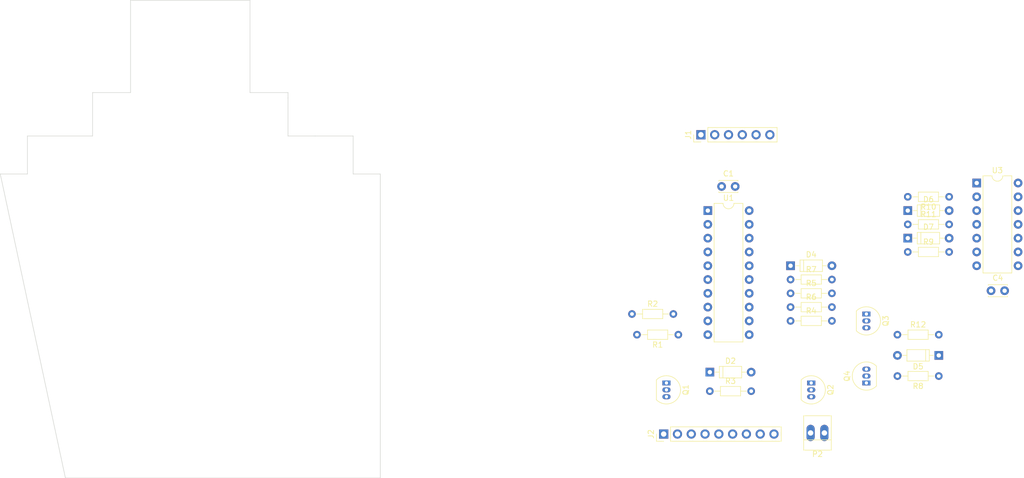
<source format=kicad_pcb>
(kicad_pcb (version 4) (host pcbnew 4.0.7-e2-6376~58~ubuntu16.04.1)

  (general
    (links 31)
    (no_connects 31)
    (area 75.949999 39.949999 264.785001 128.050001)
    (thickness 1.6)
    (drawings 18)
    (tracks 0)
    (zones 0)
    (modules 28)
    (nets 25)
  )

  (page A4)
  (layers
    (0 F.Cu signal)
    (31 B.Cu power)
    (33 F.Adhes user)
    (35 F.Paste user)
    (37 F.SilkS user)
    (39 F.Mask user)
    (40 Dwgs.User user)
    (41 Cmts.User user)
    (42 Eco1.User user)
    (43 Eco2.User user)
    (44 Edge.Cuts user)
    (45 Margin user)
    (47 F.CrtYd user)
    (49 F.Fab user)
  )

  (setup
    (last_trace_width 0.25)
    (trace_clearance 0.2)
    (zone_clearance 0.5)
    (zone_45_only no)
    (trace_min 0.2)
    (segment_width 0.2)
    (edge_width 0.1)
    (via_size 0.6)
    (via_drill 0.4)
    (via_min_size 0.4)
    (via_min_drill 0.3)
    (uvia_size 0.3)
    (uvia_drill 0.1)
    (uvias_allowed no)
    (uvia_min_size 0.2)
    (uvia_min_drill 0.1)
    (pcb_text_width 0.3)
    (pcb_text_size 1.5 1.5)
    (mod_edge_width 0.15)
    (mod_text_size 1 1)
    (mod_text_width 0.15)
    (pad_size 1.5 1.5)
    (pad_drill 0.6)
    (pad_to_mask_clearance 0)
    (aux_axis_origin 0 0)
    (grid_origin 76 128)
    (visible_elements FFFFFF7F)
    (pcbplotparams
      (layerselection 0x00030_80000001)
      (usegerberextensions false)
      (excludeedgelayer true)
      (linewidth 0.100000)
      (plotframeref false)
      (viasonmask false)
      (mode 1)
      (useauxorigin false)
      (hpglpennumber 1)
      (hpglpenspeed 20)
      (hpglpendiameter 15)
      (hpglpenoverlay 2)
      (psnegative false)
      (psa4output false)
      (plotreference true)
      (plotvalue true)
      (plotinvisibletext false)
      (padsonsilk false)
      (subtractmaskfromsilk false)
      (outputformat 1)
      (mirror false)
      (drillshape 1)
      (scaleselection 1)
      (outputdirectory ""))
  )

  (net 0 "")
  (net 1 "Net-(D2-Pad2)")
  (net 2 "Net-(D4-Pad1)")
  (net 3 "Net-(D5-Pad1)")
  (net 4 "Net-(D6-Pad2)")
  (net 5 "Net-(D7-Pad2)")
  (net 6 "Net-(J1-Pad1)")
  (net 7 "Net-(J1-Pad4)")
  (net 8 "Net-(J1-Pad5)")
  (net 9 "Net-(J2-Pad2)")
  (net 10 "Net-(J2-Pad3)")
  (net 11 "Net-(Q1-Pad2)")
  (net 12 "Net-(Q2-Pad1)")
  (net 13 "Net-(Q3-Pad2)")
  (net 14 "Net-(Q3-Pad1)")
  (net 15 "Net-(Q4-Pad2)")
  (net 16 "Net-(Q4-Pad1)")
  (net 17 "Net-(R1-Pad1)")
  (net 18 "Net-(R5-Pad1)")
  (net 19 "Net-(R6-Pad1)")
  (net 20 "Net-(R10-Pad1)")
  (net 21 "Net-(U1-Pad15)")
  (net 22 "Net-(U1-Pad16)")
  (net 23 "Net-(U3-Pad10)")
  (net 24 "Net-(U3-Pad12)")

  (net_class Default "This is the default net class."
    (clearance 0.2)
    (trace_width 0.25)
    (via_dia 0.6)
    (via_drill 0.4)
    (uvia_dia 0.3)
    (uvia_drill 0.1)
    (add_net "Net-(D2-Pad2)")
    (add_net "Net-(D4-Pad1)")
    (add_net "Net-(D5-Pad1)")
    (add_net "Net-(D6-Pad2)")
    (add_net "Net-(D7-Pad2)")
    (add_net "Net-(J1-Pad1)")
    (add_net "Net-(J1-Pad4)")
    (add_net "Net-(J1-Pad5)")
    (add_net "Net-(J2-Pad2)")
    (add_net "Net-(J2-Pad3)")
    (add_net "Net-(Q1-Pad2)")
    (add_net "Net-(Q2-Pad1)")
    (add_net "Net-(Q3-Pad1)")
    (add_net "Net-(Q3-Pad2)")
    (add_net "Net-(Q4-Pad1)")
    (add_net "Net-(Q4-Pad2)")
    (add_net "Net-(R1-Pad1)")
    (add_net "Net-(R10-Pad1)")
    (add_net "Net-(R5-Pad1)")
    (add_net "Net-(R6-Pad1)")
    (add_net "Net-(U1-Pad15)")
    (add_net "Net-(U1-Pad16)")
    (add_net "Net-(U3-Pad10)")
    (add_net "Net-(U3-Pad12)")
  )

  (module Capacitors_THT:C_Disc_D3.4mm_W2.1mm_P2.50mm (layer F.Cu) (tedit 597BC7C2) (tstamp 5BAF03EB)
    (at 208.87 74.295)
    (descr "C, Disc series, Radial, pin pitch=2.50mm, , diameter*width=3.4*2.1mm^2, Capacitor, http://www.vishay.com/docs/45233/krseries.pdf")
    (tags "C Disc series Radial pin pitch 2.50mm  diameter 3.4mm width 2.1mm Capacitor")
    (path /51684CDF)
    (fp_text reference C1 (at 1.25 -2.36) (layer F.SilkS)
      (effects (font (size 1 1) (thickness 0.15)))
    )
    (fp_text value 0,1uF (at 1.25 2.36) (layer F.Fab)
      (effects (font (size 1 1) (thickness 0.15)))
    )
    (fp_line (start -0.45 -1.05) (end -0.45 1.05) (layer F.Fab) (width 0.1))
    (fp_line (start -0.45 1.05) (end 2.95 1.05) (layer F.Fab) (width 0.1))
    (fp_line (start 2.95 1.05) (end 2.95 -1.05) (layer F.Fab) (width 0.1))
    (fp_line (start 2.95 -1.05) (end -0.45 -1.05) (layer F.Fab) (width 0.1))
    (fp_line (start -0.51 -1.11) (end 3.01 -1.11) (layer F.SilkS) (width 0.12))
    (fp_line (start -0.51 1.11) (end 3.01 1.11) (layer F.SilkS) (width 0.12))
    (fp_line (start -0.51 -1.11) (end -0.51 -0.996) (layer F.SilkS) (width 0.12))
    (fp_line (start -0.51 0.996) (end -0.51 1.11) (layer F.SilkS) (width 0.12))
    (fp_line (start 3.01 -1.11) (end 3.01 -0.996) (layer F.SilkS) (width 0.12))
    (fp_line (start 3.01 0.996) (end 3.01 1.11) (layer F.SilkS) (width 0.12))
    (fp_line (start -1.05 -1.4) (end -1.05 1.4) (layer F.CrtYd) (width 0.05))
    (fp_line (start -1.05 1.4) (end 3.55 1.4) (layer F.CrtYd) (width 0.05))
    (fp_line (start 3.55 1.4) (end 3.55 -1.4) (layer F.CrtYd) (width 0.05))
    (fp_line (start 3.55 -1.4) (end -1.05 -1.4) (layer F.CrtYd) (width 0.05))
    (fp_text user %R (at 1.25 0) (layer F.Fab)
      (effects (font (size 1 1) (thickness 0.15)))
    )
    (pad 1 thru_hole circle (at 0 0) (size 1.6 1.6) (drill 0.8) (layers *.Cu *.Mask))
    (pad 2 thru_hole circle (at 2.5 0) (size 1.6 1.6) (drill 0.8) (layers *.Cu *.Mask))
    (model ${KISYS3DMOD}/Capacitors_THT.3dshapes/C_Disc_D3.4mm_W2.1mm_P2.50mm.wrl
      (at (xyz 0 0 0))
      (scale (xyz 1 1 1))
      (rotate (xyz 0 0 0))
    )
  )

  (module Capacitors_THT:C_Disc_D3.4mm_W2.1mm_P2.50mm (layer F.Cu) (tedit 597BC7C2) (tstamp 5BAF03F1)
    (at 258.5 93.5)
    (descr "C, Disc series, Radial, pin pitch=2.50mm, , diameter*width=3.4*2.1mm^2, Capacitor, http://www.vishay.com/docs/45233/krseries.pdf")
    (tags "C Disc series Radial pin pitch 2.50mm  diameter 3.4mm width 2.1mm Capacitor")
    (path /51684EB0)
    (fp_text reference C4 (at 1.25 -2.36) (layer F.SilkS)
      (effects (font (size 1 1) (thickness 0.15)))
    )
    (fp_text value 0,1uF (at 1.25 2.36) (layer F.Fab)
      (effects (font (size 1 1) (thickness 0.15)))
    )
    (fp_line (start -0.45 -1.05) (end -0.45 1.05) (layer F.Fab) (width 0.1))
    (fp_line (start -0.45 1.05) (end 2.95 1.05) (layer F.Fab) (width 0.1))
    (fp_line (start 2.95 1.05) (end 2.95 -1.05) (layer F.Fab) (width 0.1))
    (fp_line (start 2.95 -1.05) (end -0.45 -1.05) (layer F.Fab) (width 0.1))
    (fp_line (start -0.51 -1.11) (end 3.01 -1.11) (layer F.SilkS) (width 0.12))
    (fp_line (start -0.51 1.11) (end 3.01 1.11) (layer F.SilkS) (width 0.12))
    (fp_line (start -0.51 -1.11) (end -0.51 -0.996) (layer F.SilkS) (width 0.12))
    (fp_line (start -0.51 0.996) (end -0.51 1.11) (layer F.SilkS) (width 0.12))
    (fp_line (start 3.01 -1.11) (end 3.01 -0.996) (layer F.SilkS) (width 0.12))
    (fp_line (start 3.01 0.996) (end 3.01 1.11) (layer F.SilkS) (width 0.12))
    (fp_line (start -1.05 -1.4) (end -1.05 1.4) (layer F.CrtYd) (width 0.05))
    (fp_line (start -1.05 1.4) (end 3.55 1.4) (layer F.CrtYd) (width 0.05))
    (fp_line (start 3.55 1.4) (end 3.55 -1.4) (layer F.CrtYd) (width 0.05))
    (fp_line (start 3.55 -1.4) (end -1.05 -1.4) (layer F.CrtYd) (width 0.05))
    (fp_text user %R (at 1.25 0) (layer F.Fab)
      (effects (font (size 1 1) (thickness 0.15)))
    )
    (pad 1 thru_hole circle (at 0 0) (size 1.6 1.6) (drill 0.8) (layers *.Cu *.Mask))
    (pad 2 thru_hole circle (at 2.5 0) (size 1.6 1.6) (drill 0.8) (layers *.Cu *.Mask))
    (model ${KISYS3DMOD}/Capacitors_THT.3dshapes/C_Disc_D3.4mm_W2.1mm_P2.50mm.wrl
      (at (xyz 0 0 0))
      (scale (xyz 1 1 1))
      (rotate (xyz 0 0 0))
    )
  )

  (module Pin_Headers:Pin_Header_Straight_1x06_Pitch2.54mm (layer F.Cu) (tedit 59650532) (tstamp 5BAF0419)
    (at 205.06 64.77 90)
    (descr "Through hole straight pin header, 1x06, 2.54mm pitch, single row")
    (tags "Through hole pin header THT 1x06 2.54mm single row")
    (path /5BA7D297)
    (fp_text reference J1 (at 0 -2.33 90) (layer F.SilkS)
      (effects (font (size 1 1) (thickness 0.15)))
    )
    (fp_text value Conn_01x06 (at 0 15.03 90) (layer F.Fab)
      (effects (font (size 1 1) (thickness 0.15)))
    )
    (fp_line (start -0.635 -1.27) (end 1.27 -1.27) (layer F.Fab) (width 0.1))
    (fp_line (start 1.27 -1.27) (end 1.27 13.97) (layer F.Fab) (width 0.1))
    (fp_line (start 1.27 13.97) (end -1.27 13.97) (layer F.Fab) (width 0.1))
    (fp_line (start -1.27 13.97) (end -1.27 -0.635) (layer F.Fab) (width 0.1))
    (fp_line (start -1.27 -0.635) (end -0.635 -1.27) (layer F.Fab) (width 0.1))
    (fp_line (start -1.33 14.03) (end 1.33 14.03) (layer F.SilkS) (width 0.12))
    (fp_line (start -1.33 1.27) (end -1.33 14.03) (layer F.SilkS) (width 0.12))
    (fp_line (start 1.33 1.27) (end 1.33 14.03) (layer F.SilkS) (width 0.12))
    (fp_line (start -1.33 1.27) (end 1.33 1.27) (layer F.SilkS) (width 0.12))
    (fp_line (start -1.33 0) (end -1.33 -1.33) (layer F.SilkS) (width 0.12))
    (fp_line (start -1.33 -1.33) (end 0 -1.33) (layer F.SilkS) (width 0.12))
    (fp_line (start -1.8 -1.8) (end -1.8 14.5) (layer F.CrtYd) (width 0.05))
    (fp_line (start -1.8 14.5) (end 1.8 14.5) (layer F.CrtYd) (width 0.05))
    (fp_line (start 1.8 14.5) (end 1.8 -1.8) (layer F.CrtYd) (width 0.05))
    (fp_line (start 1.8 -1.8) (end -1.8 -1.8) (layer F.CrtYd) (width 0.05))
    (fp_text user %R (at 0 6.35 180) (layer F.Fab)
      (effects (font (size 1 1) (thickness 0.15)))
    )
    (pad 1 thru_hole rect (at 0 0 90) (size 1.7 1.7) (drill 1) (layers *.Cu *.Mask)
      (net 6 "Net-(J1-Pad1)"))
    (pad 2 thru_hole oval (at 0 2.54 90) (size 1.7 1.7) (drill 1) (layers *.Cu *.Mask))
    (pad 3 thru_hole oval (at 0 5.08 90) (size 1.7 1.7) (drill 1) (layers *.Cu *.Mask))
    (pad 4 thru_hole oval (at 0 7.62 90) (size 1.7 1.7) (drill 1) (layers *.Cu *.Mask)
      (net 7 "Net-(J1-Pad4)"))
    (pad 5 thru_hole oval (at 0 10.16 90) (size 1.7 1.7) (drill 1) (layers *.Cu *.Mask)
      (net 8 "Net-(J1-Pad5)"))
    (pad 6 thru_hole oval (at 0 12.7 90) (size 1.7 1.7) (drill 1) (layers *.Cu *.Mask))
    (model ${KISYS3DMOD}/Pin_Headers.3dshapes/Pin_Header_Straight_1x06_Pitch2.54mm.wrl
      (at (xyz 0 0 0))
      (scale (xyz 1 1 1))
      (rotate (xyz 0 0 0))
    )
  )

  (module Pin_Headers:Pin_Header_Straight_1x09_Pitch2.54mm (layer F.Cu) (tedit 59650532) (tstamp 5BAF0426)
    (at 198.2 119.9 90)
    (descr "Through hole straight pin header, 1x09, 2.54mm pitch, single row")
    (tags "Through hole pin header THT 1x09 2.54mm single row")
    (path /5BACBAC9)
    (fp_text reference J2 (at 0 -2.33 90) (layer F.SilkS)
      (effects (font (size 1 1) (thickness 0.15)))
    )
    (fp_text value DB9_Female (at 0 22.65 90) (layer F.Fab)
      (effects (font (size 1 1) (thickness 0.15)))
    )
    (fp_line (start -0.635 -1.27) (end 1.27 -1.27) (layer F.Fab) (width 0.1))
    (fp_line (start 1.27 -1.27) (end 1.27 21.59) (layer F.Fab) (width 0.1))
    (fp_line (start 1.27 21.59) (end -1.27 21.59) (layer F.Fab) (width 0.1))
    (fp_line (start -1.27 21.59) (end -1.27 -0.635) (layer F.Fab) (width 0.1))
    (fp_line (start -1.27 -0.635) (end -0.635 -1.27) (layer F.Fab) (width 0.1))
    (fp_line (start -1.33 21.65) (end 1.33 21.65) (layer F.SilkS) (width 0.12))
    (fp_line (start -1.33 1.27) (end -1.33 21.65) (layer F.SilkS) (width 0.12))
    (fp_line (start 1.33 1.27) (end 1.33 21.65) (layer F.SilkS) (width 0.12))
    (fp_line (start -1.33 1.27) (end 1.33 1.27) (layer F.SilkS) (width 0.12))
    (fp_line (start -1.33 0) (end -1.33 -1.33) (layer F.SilkS) (width 0.12))
    (fp_line (start -1.33 -1.33) (end 0 -1.33) (layer F.SilkS) (width 0.12))
    (fp_line (start -1.8 -1.8) (end -1.8 22.1) (layer F.CrtYd) (width 0.05))
    (fp_line (start -1.8 22.1) (end 1.8 22.1) (layer F.CrtYd) (width 0.05))
    (fp_line (start 1.8 22.1) (end 1.8 -1.8) (layer F.CrtYd) (width 0.05))
    (fp_line (start 1.8 -1.8) (end -1.8 -1.8) (layer F.CrtYd) (width 0.05))
    (fp_text user %R (at 0 10.16 180) (layer F.Fab)
      (effects (font (size 1 1) (thickness 0.15)))
    )
    (pad 1 thru_hole rect (at 0 0 90) (size 1.7 1.7) (drill 1) (layers *.Cu *.Mask))
    (pad 2 thru_hole oval (at 0 2.54 90) (size 1.7 1.7) (drill 1) (layers *.Cu *.Mask)
      (net 9 "Net-(J2-Pad2)"))
    (pad 3 thru_hole oval (at 0 5.08 90) (size 1.7 1.7) (drill 1) (layers *.Cu *.Mask)
      (net 10 "Net-(J2-Pad3)"))
    (pad 4 thru_hole oval (at 0 7.62 90) (size 1.7 1.7) (drill 1) (layers *.Cu *.Mask))
    (pad 5 thru_hole oval (at 0 10.16 90) (size 1.7 1.7) (drill 1) (layers *.Cu *.Mask))
    (pad 6 thru_hole oval (at 0 12.7 90) (size 1.7 1.7) (drill 1) (layers *.Cu *.Mask))
    (pad 7 thru_hole oval (at 0 15.24 90) (size 1.7 1.7) (drill 1) (layers *.Cu *.Mask))
    (pad 8 thru_hole oval (at 0 17.78 90) (size 1.7 1.7) (drill 1) (layers *.Cu *.Mask))
    (pad 9 thru_hole oval (at 0 20.32 90) (size 1.7 1.7) (drill 1) (layers *.Cu *.Mask))
    (model ${KISYS3DMOD}/Pin_Headers.3dshapes/Pin_Header_Straight_1x09_Pitch2.54mm.wrl
      (at (xyz 0 0 0))
      (scale (xyz 1 1 1))
      (rotate (xyz 0 0 0))
    )
  )

  (module Connectors:PINHEAD1-2 (layer F.Cu) (tedit 0) (tstamp 5BAF042C)
    (at 227.8 119.7 180)
    (path /51671688)
    (fp_text reference P2 (at 1.27 -3.9 180) (layer F.SilkS)
      (effects (font (size 1 1) (thickness 0.15)))
    )
    (fp_text value Bus (at 1.27 3.81 180) (layer F.Fab)
      (effects (font (size 1 1) (thickness 0.15)))
    )
    (fp_line (start 3.81 -1.27) (end -1.27 -1.27) (layer F.SilkS) (width 0.12))
    (fp_line (start 3.81 3.17) (end -1.27 3.17) (layer F.SilkS) (width 0.12))
    (fp_line (start -1.27 -3.17) (end 3.81 -3.17) (layer F.SilkS) (width 0.12))
    (fp_line (start -1.27 -3.17) (end -1.27 3.17) (layer F.SilkS) (width 0.12))
    (fp_line (start 3.81 -3.17) (end 3.81 3.17) (layer F.SilkS) (width 0.12))
    (fp_line (start -1.52 -3.42) (end 4.06 -3.42) (layer F.CrtYd) (width 0.05))
    (fp_line (start -1.52 -3.42) (end -1.52 3.42) (layer F.CrtYd) (width 0.05))
    (fp_line (start 4.06 3.42) (end 4.06 -3.42) (layer F.CrtYd) (width 0.05))
    (fp_line (start 4.06 3.42) (end -1.52 3.42) (layer F.CrtYd) (width 0.05))
    (pad 1 thru_hole oval (at 0 0 180) (size 1.51 3.01) (drill 1) (layers *.Cu *.Mask))
    (pad 2 thru_hole oval (at 2.54 0 180) (size 1.51 3.01) (drill 1) (layers *.Cu *.Mask))
  )

  (module TO_SOT_Packages_THT:TO-92_Inline_Narrow_Oval (layer F.Cu) (tedit 58CE52AF) (tstamp 5BAF0433)
    (at 198.71 110.49 270)
    (descr "TO-92 leads in-line, narrow, oval pads, drill 0.6mm (see NXP sot054_po.pdf)")
    (tags "to-92 sc-43 sc-43a sot54 PA33 transistor")
    (path /516FF339)
    (fp_text reference Q1 (at 1.27 -3.56 270) (layer F.SilkS)
      (effects (font (size 1 1) (thickness 0.15)))
    )
    (fp_text value BC547 (at 1.27 2.79 270) (layer F.Fab)
      (effects (font (size 1 1) (thickness 0.15)))
    )
    (fp_text user %R (at 1.27 -3.56 270) (layer F.Fab)
      (effects (font (size 1 1) (thickness 0.15)))
    )
    (fp_line (start -0.53 1.85) (end 3.07 1.85) (layer F.SilkS) (width 0.12))
    (fp_line (start -0.5 1.75) (end 3 1.75) (layer F.Fab) (width 0.1))
    (fp_line (start -1.46 -2.73) (end 4 -2.73) (layer F.CrtYd) (width 0.05))
    (fp_line (start -1.46 -2.73) (end -1.46 2.01) (layer F.CrtYd) (width 0.05))
    (fp_line (start 4 2.01) (end 4 -2.73) (layer F.CrtYd) (width 0.05))
    (fp_line (start 4 2.01) (end -1.46 2.01) (layer F.CrtYd) (width 0.05))
    (fp_arc (start 1.27 0) (end 1.27 -2.48) (angle 135) (layer F.Fab) (width 0.1))
    (fp_arc (start 1.27 0) (end 1.27 -2.6) (angle -135) (layer F.SilkS) (width 0.12))
    (fp_arc (start 1.27 0) (end 1.27 -2.48) (angle -135) (layer F.Fab) (width 0.1))
    (fp_arc (start 1.27 0) (end 1.27 -2.6) (angle 135) (layer F.SilkS) (width 0.12))
    (pad 2 thru_hole oval (at 1.27 0 90) (size 0.9 1.5) (drill 0.6) (layers *.Cu *.Mask)
      (net 11 "Net-(Q1-Pad2)"))
    (pad 3 thru_hole oval (at 2.54 0 90) (size 0.9 1.5) (drill 0.6) (layers *.Cu *.Mask))
    (pad 1 thru_hole rect (at 0 0 90) (size 0.9 1.5) (drill 0.6) (layers *.Cu *.Mask)
      (net 9 "Net-(J2-Pad2)"))
    (model ${KISYS3DMOD}/TO_SOT_Packages_THT.3dshapes/TO-92_Inline_Narrow_Oval.wrl
      (at (xyz 0.05 0 0))
      (scale (xyz 1 1 1))
      (rotate (xyz 0 0 -90))
    )
  )

  (module TO_SOT_Packages_THT:TO-92_Inline_Narrow_Oval (layer F.Cu) (tedit 58CE52AF) (tstamp 5BAF043A)
    (at 225.38 110.49 270)
    (descr "TO-92 leads in-line, narrow, oval pads, drill 0.6mm (see NXP sot054_po.pdf)")
    (tags "to-92 sc-43 sc-43a sot54 PA33 transistor")
    (path /516FF833)
    (fp_text reference Q2 (at 1.27 -3.56 270) (layer F.SilkS)
      (effects (font (size 1 1) (thickness 0.15)))
    )
    (fp_text value BC547 (at 1.27 2.79 270) (layer F.Fab)
      (effects (font (size 1 1) (thickness 0.15)))
    )
    (fp_text user %R (at 1.27 -3.56 270) (layer F.Fab)
      (effects (font (size 1 1) (thickness 0.15)))
    )
    (fp_line (start -0.53 1.85) (end 3.07 1.85) (layer F.SilkS) (width 0.12))
    (fp_line (start -0.5 1.75) (end 3 1.75) (layer F.Fab) (width 0.1))
    (fp_line (start -1.46 -2.73) (end 4 -2.73) (layer F.CrtYd) (width 0.05))
    (fp_line (start -1.46 -2.73) (end -1.46 2.01) (layer F.CrtYd) (width 0.05))
    (fp_line (start 4 2.01) (end 4 -2.73) (layer F.CrtYd) (width 0.05))
    (fp_line (start 4 2.01) (end -1.46 2.01) (layer F.CrtYd) (width 0.05))
    (fp_arc (start 1.27 0) (end 1.27 -2.48) (angle 135) (layer F.Fab) (width 0.1))
    (fp_arc (start 1.27 0) (end 1.27 -2.6) (angle -135) (layer F.SilkS) (width 0.12))
    (fp_arc (start 1.27 0) (end 1.27 -2.48) (angle -135) (layer F.Fab) (width 0.1))
    (fp_arc (start 1.27 0) (end 1.27 -2.6) (angle 135) (layer F.SilkS) (width 0.12))
    (pad 2 thru_hole oval (at 1.27 0 90) (size 0.9 1.5) (drill 0.6) (layers *.Cu *.Mask)
      (net 1 "Net-(D2-Pad2)"))
    (pad 3 thru_hole oval (at 2.54 0 90) (size 0.9 1.5) (drill 0.6) (layers *.Cu *.Mask))
    (pad 1 thru_hole rect (at 0 0 90) (size 0.9 1.5) (drill 0.6) (layers *.Cu *.Mask)
      (net 12 "Net-(Q2-Pad1)"))
    (model ${KISYS3DMOD}/TO_SOT_Packages_THT.3dshapes/TO-92_Inline_Narrow_Oval.wrl
      (at (xyz 0.05 0 0))
      (scale (xyz 1 1 1))
      (rotate (xyz 0 0 -90))
    )
  )

  (module TO_SOT_Packages_THT:TO-92_Inline_Narrow_Oval (layer F.Cu) (tedit 58CE52AF) (tstamp 5BAF0441)
    (at 235.54 97.79 270)
    (descr "TO-92 leads in-line, narrow, oval pads, drill 0.6mm (see NXP sot054_po.pdf)")
    (tags "to-92 sc-43 sc-43a sot54 PA33 transistor")
    (path /5168181A)
    (fp_text reference Q3 (at 1.27 -3.56 270) (layer F.SilkS)
      (effects (font (size 1 1) (thickness 0.15)))
    )
    (fp_text value BC547 (at 1.27 2.79 270) (layer F.Fab)
      (effects (font (size 1 1) (thickness 0.15)))
    )
    (fp_text user %R (at 1.27 -3.56 270) (layer F.Fab)
      (effects (font (size 1 1) (thickness 0.15)))
    )
    (fp_line (start -0.53 1.85) (end 3.07 1.85) (layer F.SilkS) (width 0.12))
    (fp_line (start -0.5 1.75) (end 3 1.75) (layer F.Fab) (width 0.1))
    (fp_line (start -1.46 -2.73) (end 4 -2.73) (layer F.CrtYd) (width 0.05))
    (fp_line (start -1.46 -2.73) (end -1.46 2.01) (layer F.CrtYd) (width 0.05))
    (fp_line (start 4 2.01) (end 4 -2.73) (layer F.CrtYd) (width 0.05))
    (fp_line (start 4 2.01) (end -1.46 2.01) (layer F.CrtYd) (width 0.05))
    (fp_arc (start 1.27 0) (end 1.27 -2.48) (angle 135) (layer F.Fab) (width 0.1))
    (fp_arc (start 1.27 0) (end 1.27 -2.6) (angle -135) (layer F.SilkS) (width 0.12))
    (fp_arc (start 1.27 0) (end 1.27 -2.48) (angle -135) (layer F.Fab) (width 0.1))
    (fp_arc (start 1.27 0) (end 1.27 -2.6) (angle 135) (layer F.SilkS) (width 0.12))
    (pad 2 thru_hole oval (at 1.27 0 90) (size 0.9 1.5) (drill 0.6) (layers *.Cu *.Mask)
      (net 13 "Net-(Q3-Pad2)"))
    (pad 3 thru_hole oval (at 2.54 0 90) (size 0.9 1.5) (drill 0.6) (layers *.Cu *.Mask))
    (pad 1 thru_hole rect (at 0 0 90) (size 0.9 1.5) (drill 0.6) (layers *.Cu *.Mask)
      (net 14 "Net-(Q3-Pad1)"))
    (model ${KISYS3DMOD}/TO_SOT_Packages_THT.3dshapes/TO-92_Inline_Narrow_Oval.wrl
      (at (xyz 0.05 0 0))
      (scale (xyz 1 1 1))
      (rotate (xyz 0 0 -90))
    )
  )

  (module TO_SOT_Packages_THT:TO-92_Inline_Narrow_Oval (layer F.Cu) (tedit 58CE52AF) (tstamp 5BAF0448)
    (at 235.54 110.49 90)
    (descr "TO-92 leads in-line, narrow, oval pads, drill 0.6mm (see NXP sot054_po.pdf)")
    (tags "to-92 sc-43 sc-43a sot54 PA33 transistor")
    (path /5168182F)
    (fp_text reference Q4 (at 1.27 -3.56 90) (layer F.SilkS)
      (effects (font (size 1 1) (thickness 0.15)))
    )
    (fp_text value BC547 (at 1.27 2.79 90) (layer F.Fab)
      (effects (font (size 1 1) (thickness 0.15)))
    )
    (fp_text user %R (at 1.27 -3.56 90) (layer F.Fab)
      (effects (font (size 1 1) (thickness 0.15)))
    )
    (fp_line (start -0.53 1.85) (end 3.07 1.85) (layer F.SilkS) (width 0.12))
    (fp_line (start -0.5 1.75) (end 3 1.75) (layer F.Fab) (width 0.1))
    (fp_line (start -1.46 -2.73) (end 4 -2.73) (layer F.CrtYd) (width 0.05))
    (fp_line (start -1.46 -2.73) (end -1.46 2.01) (layer F.CrtYd) (width 0.05))
    (fp_line (start 4 2.01) (end 4 -2.73) (layer F.CrtYd) (width 0.05))
    (fp_line (start 4 2.01) (end -1.46 2.01) (layer F.CrtYd) (width 0.05))
    (fp_arc (start 1.27 0) (end 1.27 -2.48) (angle 135) (layer F.Fab) (width 0.1))
    (fp_arc (start 1.27 0) (end 1.27 -2.6) (angle -135) (layer F.SilkS) (width 0.12))
    (fp_arc (start 1.27 0) (end 1.27 -2.48) (angle -135) (layer F.Fab) (width 0.1))
    (fp_arc (start 1.27 0) (end 1.27 -2.6) (angle 135) (layer F.SilkS) (width 0.12))
    (pad 2 thru_hole oval (at 1.27 0 270) (size 0.9 1.5) (drill 0.6) (layers *.Cu *.Mask)
      (net 15 "Net-(Q4-Pad2)"))
    (pad 3 thru_hole oval (at 2.54 0 270) (size 0.9 1.5) (drill 0.6) (layers *.Cu *.Mask))
    (pad 1 thru_hole rect (at 0 0 270) (size 0.9 1.5) (drill 0.6) (layers *.Cu *.Mask)
      (net 16 "Net-(Q4-Pad1)"))
    (model ${KISYS3DMOD}/TO_SOT_Packages_THT.3dshapes/TO-92_Inline_Narrow_Oval.wrl
      (at (xyz 0.05 0 0))
      (scale (xyz 1 1 1))
      (rotate (xyz 0 0 -90))
    )
  )

  (module Resistors_THT:R_Axial_DIN0204_L3.6mm_D1.6mm_P7.62mm_Horizontal (layer F.Cu) (tedit 5874F706) (tstamp 5BAF044E)
    (at 200.9 101.6 180)
    (descr "Resistor, Axial_DIN0204 series, Axial, Horizontal, pin pitch=7.62mm, 0.16666666666666666W = 1/6W, length*diameter=3.6*1.6mm^2, http://cdn-reichelt.de/documents/datenblatt/B400/1_4W%23YAG.pdf")
    (tags "Resistor Axial_DIN0204 series Axial Horizontal pin pitch 7.62mm 0.16666666666666666W = 1/6W length 3.6mm diameter 1.6mm")
    (path /516FF33F)
    (fp_text reference R1 (at 3.81 -1.86 180) (layer F.SilkS)
      (effects (font (size 1 1) (thickness 0.15)))
    )
    (fp_text value 10K (at 3.81 1.86 180) (layer F.Fab)
      (effects (font (size 1 1) (thickness 0.15)))
    )
    (fp_line (start 2.01 -0.8) (end 2.01 0.8) (layer F.Fab) (width 0.1))
    (fp_line (start 2.01 0.8) (end 5.61 0.8) (layer F.Fab) (width 0.1))
    (fp_line (start 5.61 0.8) (end 5.61 -0.8) (layer F.Fab) (width 0.1))
    (fp_line (start 5.61 -0.8) (end 2.01 -0.8) (layer F.Fab) (width 0.1))
    (fp_line (start 0 0) (end 2.01 0) (layer F.Fab) (width 0.1))
    (fp_line (start 7.62 0) (end 5.61 0) (layer F.Fab) (width 0.1))
    (fp_line (start 1.95 -0.86) (end 1.95 0.86) (layer F.SilkS) (width 0.12))
    (fp_line (start 1.95 0.86) (end 5.67 0.86) (layer F.SilkS) (width 0.12))
    (fp_line (start 5.67 0.86) (end 5.67 -0.86) (layer F.SilkS) (width 0.12))
    (fp_line (start 5.67 -0.86) (end 1.95 -0.86) (layer F.SilkS) (width 0.12))
    (fp_line (start 0.88 0) (end 1.95 0) (layer F.SilkS) (width 0.12))
    (fp_line (start 6.74 0) (end 5.67 0) (layer F.SilkS) (width 0.12))
    (fp_line (start -0.95 -1.15) (end -0.95 1.15) (layer F.CrtYd) (width 0.05))
    (fp_line (start -0.95 1.15) (end 8.6 1.15) (layer F.CrtYd) (width 0.05))
    (fp_line (start 8.6 1.15) (end 8.6 -1.15) (layer F.CrtYd) (width 0.05))
    (fp_line (start 8.6 -1.15) (end -0.95 -1.15) (layer F.CrtYd) (width 0.05))
    (pad 1 thru_hole circle (at 0 0 180) (size 1.4 1.4) (drill 0.7) (layers *.Cu *.Mask)
      (net 17 "Net-(R1-Pad1)"))
    (pad 2 thru_hole oval (at 7.62 0 180) (size 1.4 1.4) (drill 0.7) (layers *.Cu *.Mask)
      (net 11 "Net-(Q1-Pad2)"))
    (model ${KISYS3DMOD}/Resistors_THT.3dshapes/R_Axial_DIN0204_L3.6mm_D1.6mm_P7.62mm_Horizontal.wrl
      (at (xyz 0 0 0))
      (scale (xyz 0.393701 0.393701 0.393701))
      (rotate (xyz 0 0 0))
    )
  )

  (module Resistors_THT:R_Axial_DIN0204_L3.6mm_D1.6mm_P7.62mm_Horizontal (layer F.Cu) (tedit 5874F706) (tstamp 5BAF0454)
    (at 192.36 97.79)
    (descr "Resistor, Axial_DIN0204 series, Axial, Horizontal, pin pitch=7.62mm, 0.16666666666666666W = 1/6W, length*diameter=3.6*1.6mm^2, http://cdn-reichelt.de/documents/datenblatt/B400/1_4W%23YAG.pdf")
    (tags "Resistor Axial_DIN0204 series Axial Horizontal pin pitch 7.62mm 0.16666666666666666W = 1/6W length 3.6mm diameter 1.6mm")
    (path /516FFB35)
    (fp_text reference R2 (at 3.81 -1.86) (layer F.SilkS)
      (effects (font (size 1 1) (thickness 0.15)))
    )
    (fp_text value 1K (at 3.81 1.86) (layer F.Fab)
      (effects (font (size 1 1) (thickness 0.15)))
    )
    (fp_line (start 2.01 -0.8) (end 2.01 0.8) (layer F.Fab) (width 0.1))
    (fp_line (start 2.01 0.8) (end 5.61 0.8) (layer F.Fab) (width 0.1))
    (fp_line (start 5.61 0.8) (end 5.61 -0.8) (layer F.Fab) (width 0.1))
    (fp_line (start 5.61 -0.8) (end 2.01 -0.8) (layer F.Fab) (width 0.1))
    (fp_line (start 0 0) (end 2.01 0) (layer F.Fab) (width 0.1))
    (fp_line (start 7.62 0) (end 5.61 0) (layer F.Fab) (width 0.1))
    (fp_line (start 1.95 -0.86) (end 1.95 0.86) (layer F.SilkS) (width 0.12))
    (fp_line (start 1.95 0.86) (end 5.67 0.86) (layer F.SilkS) (width 0.12))
    (fp_line (start 5.67 0.86) (end 5.67 -0.86) (layer F.SilkS) (width 0.12))
    (fp_line (start 5.67 -0.86) (end 1.95 -0.86) (layer F.SilkS) (width 0.12))
    (fp_line (start 0.88 0) (end 1.95 0) (layer F.SilkS) (width 0.12))
    (fp_line (start 6.74 0) (end 5.67 0) (layer F.SilkS) (width 0.12))
    (fp_line (start -0.95 -1.15) (end -0.95 1.15) (layer F.CrtYd) (width 0.05))
    (fp_line (start -0.95 1.15) (end 8.6 1.15) (layer F.CrtYd) (width 0.05))
    (fp_line (start 8.6 1.15) (end 8.6 -1.15) (layer F.CrtYd) (width 0.05))
    (fp_line (start 8.6 -1.15) (end -0.95 -1.15) (layer F.CrtYd) (width 0.05))
    (pad 1 thru_hole circle (at 0 0) (size 1.4 1.4) (drill 0.7) (layers *.Cu *.Mask)
      (net 9 "Net-(J2-Pad2)"))
    (pad 2 thru_hole oval (at 7.62 0) (size 1.4 1.4) (drill 0.7) (layers *.Cu *.Mask))
    (model ${KISYS3DMOD}/Resistors_THT.3dshapes/R_Axial_DIN0204_L3.6mm_D1.6mm_P7.62mm_Horizontal.wrl
      (at (xyz 0 0 0))
      (scale (xyz 0.393701 0.393701 0.393701))
      (rotate (xyz 0 0 0))
    )
  )

  (module Resistors_THT:R_Axial_DIN0204_L3.6mm_D1.6mm_P7.62mm_Horizontal (layer F.Cu) (tedit 5874F706) (tstamp 5BAF045A)
    (at 206.7 112)
    (descr "Resistor, Axial_DIN0204 series, Axial, Horizontal, pin pitch=7.62mm, 0.16666666666666666W = 1/6W, length*diameter=3.6*1.6mm^2, http://cdn-reichelt.de/documents/datenblatt/B400/1_4W%23YAG.pdf")
    (tags "Resistor Axial_DIN0204 series Axial Horizontal pin pitch 7.62mm 0.16666666666666666W = 1/6W length 3.6mm diameter 1.6mm")
    (path /516FF839)
    (fp_text reference R3 (at 3.81 -1.86) (layer F.SilkS)
      (effects (font (size 1 1) (thickness 0.15)))
    )
    (fp_text value 10K (at 3.81 1.86) (layer F.Fab)
      (effects (font (size 1 1) (thickness 0.15)))
    )
    (fp_line (start 2.01 -0.8) (end 2.01 0.8) (layer F.Fab) (width 0.1))
    (fp_line (start 2.01 0.8) (end 5.61 0.8) (layer F.Fab) (width 0.1))
    (fp_line (start 5.61 0.8) (end 5.61 -0.8) (layer F.Fab) (width 0.1))
    (fp_line (start 5.61 -0.8) (end 2.01 -0.8) (layer F.Fab) (width 0.1))
    (fp_line (start 0 0) (end 2.01 0) (layer F.Fab) (width 0.1))
    (fp_line (start 7.62 0) (end 5.61 0) (layer F.Fab) (width 0.1))
    (fp_line (start 1.95 -0.86) (end 1.95 0.86) (layer F.SilkS) (width 0.12))
    (fp_line (start 1.95 0.86) (end 5.67 0.86) (layer F.SilkS) (width 0.12))
    (fp_line (start 5.67 0.86) (end 5.67 -0.86) (layer F.SilkS) (width 0.12))
    (fp_line (start 5.67 -0.86) (end 1.95 -0.86) (layer F.SilkS) (width 0.12))
    (fp_line (start 0.88 0) (end 1.95 0) (layer F.SilkS) (width 0.12))
    (fp_line (start 6.74 0) (end 5.67 0) (layer F.SilkS) (width 0.12))
    (fp_line (start -0.95 -1.15) (end -0.95 1.15) (layer F.CrtYd) (width 0.05))
    (fp_line (start -0.95 1.15) (end 8.6 1.15) (layer F.CrtYd) (width 0.05))
    (fp_line (start 8.6 1.15) (end 8.6 -1.15) (layer F.CrtYd) (width 0.05))
    (fp_line (start 8.6 -1.15) (end -0.95 -1.15) (layer F.CrtYd) (width 0.05))
    (pad 1 thru_hole circle (at 0 0) (size 1.4 1.4) (drill 0.7) (layers *.Cu *.Mask)
      (net 10 "Net-(J2-Pad3)"))
    (pad 2 thru_hole oval (at 7.62 0) (size 1.4 1.4) (drill 0.7) (layers *.Cu *.Mask)
      (net 1 "Net-(D2-Pad2)"))
    (model ${KISYS3DMOD}/Resistors_THT.3dshapes/R_Axial_DIN0204_L3.6mm_D1.6mm_P7.62mm_Horizontal.wrl
      (at (xyz 0 0 0))
      (scale (xyz 0.393701 0.393701 0.393701))
      (rotate (xyz 0 0 0))
    )
  )

  (module Resistors_THT:R_Axial_DIN0204_L3.6mm_D1.6mm_P7.62mm_Horizontal (layer F.Cu) (tedit 5874F706) (tstamp 5BAF0460)
    (at 221.57 99.06)
    (descr "Resistor, Axial_DIN0204 series, Axial, Horizontal, pin pitch=7.62mm, 0.16666666666666666W = 1/6W, length*diameter=3.6*1.6mm^2, http://cdn-reichelt.de/documents/datenblatt/B400/1_4W%23YAG.pdf")
    (tags "Resistor Axial_DIN0204 series Axial Horizontal pin pitch 7.62mm 0.16666666666666666W = 1/6W length 3.6mm diameter 1.6mm")
    (path /516FFFA9)
    (fp_text reference R4 (at 3.81 -1.86) (layer F.SilkS)
      (effects (font (size 1 1) (thickness 0.15)))
    )
    (fp_text value 1K (at 3.81 1.86) (layer F.Fab)
      (effects (font (size 1 1) (thickness 0.15)))
    )
    (fp_line (start 2.01 -0.8) (end 2.01 0.8) (layer F.Fab) (width 0.1))
    (fp_line (start 2.01 0.8) (end 5.61 0.8) (layer F.Fab) (width 0.1))
    (fp_line (start 5.61 0.8) (end 5.61 -0.8) (layer F.Fab) (width 0.1))
    (fp_line (start 5.61 -0.8) (end 2.01 -0.8) (layer F.Fab) (width 0.1))
    (fp_line (start 0 0) (end 2.01 0) (layer F.Fab) (width 0.1))
    (fp_line (start 7.62 0) (end 5.61 0) (layer F.Fab) (width 0.1))
    (fp_line (start 1.95 -0.86) (end 1.95 0.86) (layer F.SilkS) (width 0.12))
    (fp_line (start 1.95 0.86) (end 5.67 0.86) (layer F.SilkS) (width 0.12))
    (fp_line (start 5.67 0.86) (end 5.67 -0.86) (layer F.SilkS) (width 0.12))
    (fp_line (start 5.67 -0.86) (end 1.95 -0.86) (layer F.SilkS) (width 0.12))
    (fp_line (start 0.88 0) (end 1.95 0) (layer F.SilkS) (width 0.12))
    (fp_line (start 6.74 0) (end 5.67 0) (layer F.SilkS) (width 0.12))
    (fp_line (start -0.95 -1.15) (end -0.95 1.15) (layer F.CrtYd) (width 0.05))
    (fp_line (start -0.95 1.15) (end 8.6 1.15) (layer F.CrtYd) (width 0.05))
    (fp_line (start 8.6 1.15) (end 8.6 -1.15) (layer F.CrtYd) (width 0.05))
    (fp_line (start 8.6 -1.15) (end -0.95 -1.15) (layer F.CrtYd) (width 0.05))
    (pad 1 thru_hole circle (at 0 0) (size 1.4 1.4) (drill 0.7) (layers *.Cu *.Mask)
      (net 12 "Net-(Q2-Pad1)"))
    (pad 2 thru_hole oval (at 7.62 0) (size 1.4 1.4) (drill 0.7) (layers *.Cu *.Mask))
    (model ${KISYS3DMOD}/Resistors_THT.3dshapes/R_Axial_DIN0204_L3.6mm_D1.6mm_P7.62mm_Horizontal.wrl
      (at (xyz 0 0 0))
      (scale (xyz 0.393701 0.393701 0.393701))
      (rotate (xyz 0 0 0))
    )
  )

  (module Resistors_THT:R_Axial_DIN0204_L3.6mm_D1.6mm_P7.62mm_Horizontal (layer F.Cu) (tedit 5874F706) (tstamp 5BAF0466)
    (at 221.57 93.98)
    (descr "Resistor, Axial_DIN0204 series, Axial, Horizontal, pin pitch=7.62mm, 0.16666666666666666W = 1/6W, length*diameter=3.6*1.6mm^2, http://cdn-reichelt.de/documents/datenblatt/B400/1_4W%23YAG.pdf")
    (tags "Resistor Axial_DIN0204 series Axial Horizontal pin pitch 7.62mm 0.16666666666666666W = 1/6W length 3.6mm diameter 1.6mm")
    (path /5168187A)
    (fp_text reference R5 (at 3.81 -1.86) (layer F.SilkS)
      (effects (font (size 1 1) (thickness 0.15)))
    )
    (fp_text value 3K9 (at 3.81 1.86) (layer F.Fab)
      (effects (font (size 1 1) (thickness 0.15)))
    )
    (fp_line (start 2.01 -0.8) (end 2.01 0.8) (layer F.Fab) (width 0.1))
    (fp_line (start 2.01 0.8) (end 5.61 0.8) (layer F.Fab) (width 0.1))
    (fp_line (start 5.61 0.8) (end 5.61 -0.8) (layer F.Fab) (width 0.1))
    (fp_line (start 5.61 -0.8) (end 2.01 -0.8) (layer F.Fab) (width 0.1))
    (fp_line (start 0 0) (end 2.01 0) (layer F.Fab) (width 0.1))
    (fp_line (start 7.62 0) (end 5.61 0) (layer F.Fab) (width 0.1))
    (fp_line (start 1.95 -0.86) (end 1.95 0.86) (layer F.SilkS) (width 0.12))
    (fp_line (start 1.95 0.86) (end 5.67 0.86) (layer F.SilkS) (width 0.12))
    (fp_line (start 5.67 0.86) (end 5.67 -0.86) (layer F.SilkS) (width 0.12))
    (fp_line (start 5.67 -0.86) (end 1.95 -0.86) (layer F.SilkS) (width 0.12))
    (fp_line (start 0.88 0) (end 1.95 0) (layer F.SilkS) (width 0.12))
    (fp_line (start 6.74 0) (end 5.67 0) (layer F.SilkS) (width 0.12))
    (fp_line (start -0.95 -1.15) (end -0.95 1.15) (layer F.CrtYd) (width 0.05))
    (fp_line (start -0.95 1.15) (end 8.6 1.15) (layer F.CrtYd) (width 0.05))
    (fp_line (start 8.6 1.15) (end 8.6 -1.15) (layer F.CrtYd) (width 0.05))
    (fp_line (start 8.6 -1.15) (end -0.95 -1.15) (layer F.CrtYd) (width 0.05))
    (pad 1 thru_hole circle (at 0 0) (size 1.4 1.4) (drill 0.7) (layers *.Cu *.Mask)
      (net 18 "Net-(R5-Pad1)"))
    (pad 2 thru_hole oval (at 7.62 0) (size 1.4 1.4) (drill 0.7) (layers *.Cu *.Mask)
      (net 13 "Net-(Q3-Pad2)"))
    (model ${KISYS3DMOD}/Resistors_THT.3dshapes/R_Axial_DIN0204_L3.6mm_D1.6mm_P7.62mm_Horizontal.wrl
      (at (xyz 0 0 0))
      (scale (xyz 0.393701 0.393701 0.393701))
      (rotate (xyz 0 0 0))
    )
  )

  (module Resistors_THT:R_Axial_DIN0204_L3.6mm_D1.6mm_P7.62mm_Horizontal (layer F.Cu) (tedit 5874F706) (tstamp 5BAF046C)
    (at 221.57 96.52)
    (descr "Resistor, Axial_DIN0204 series, Axial, Horizontal, pin pitch=7.62mm, 0.16666666666666666W = 1/6W, length*diameter=3.6*1.6mm^2, http://cdn-reichelt.de/documents/datenblatt/B400/1_4W%23YAG.pdf")
    (tags "Resistor Axial_DIN0204 series Axial Horizontal pin pitch 7.62mm 0.16666666666666666W = 1/6W length 3.6mm diameter 1.6mm")
    (path /51681889)
    (fp_text reference R6 (at 3.81 -1.86) (layer F.SilkS)
      (effects (font (size 1 1) (thickness 0.15)))
    )
    (fp_text value 3K9 (at 3.81 1.86) (layer F.Fab)
      (effects (font (size 1 1) (thickness 0.15)))
    )
    (fp_line (start 2.01 -0.8) (end 2.01 0.8) (layer F.Fab) (width 0.1))
    (fp_line (start 2.01 0.8) (end 5.61 0.8) (layer F.Fab) (width 0.1))
    (fp_line (start 5.61 0.8) (end 5.61 -0.8) (layer F.Fab) (width 0.1))
    (fp_line (start 5.61 -0.8) (end 2.01 -0.8) (layer F.Fab) (width 0.1))
    (fp_line (start 0 0) (end 2.01 0) (layer F.Fab) (width 0.1))
    (fp_line (start 7.62 0) (end 5.61 0) (layer F.Fab) (width 0.1))
    (fp_line (start 1.95 -0.86) (end 1.95 0.86) (layer F.SilkS) (width 0.12))
    (fp_line (start 1.95 0.86) (end 5.67 0.86) (layer F.SilkS) (width 0.12))
    (fp_line (start 5.67 0.86) (end 5.67 -0.86) (layer F.SilkS) (width 0.12))
    (fp_line (start 5.67 -0.86) (end 1.95 -0.86) (layer F.SilkS) (width 0.12))
    (fp_line (start 0.88 0) (end 1.95 0) (layer F.SilkS) (width 0.12))
    (fp_line (start 6.74 0) (end 5.67 0) (layer F.SilkS) (width 0.12))
    (fp_line (start -0.95 -1.15) (end -0.95 1.15) (layer F.CrtYd) (width 0.05))
    (fp_line (start -0.95 1.15) (end 8.6 1.15) (layer F.CrtYd) (width 0.05))
    (fp_line (start 8.6 1.15) (end 8.6 -1.15) (layer F.CrtYd) (width 0.05))
    (fp_line (start 8.6 -1.15) (end -0.95 -1.15) (layer F.CrtYd) (width 0.05))
    (pad 1 thru_hole circle (at 0 0) (size 1.4 1.4) (drill 0.7) (layers *.Cu *.Mask)
      (net 19 "Net-(R6-Pad1)"))
    (pad 2 thru_hole oval (at 7.62 0) (size 1.4 1.4) (drill 0.7) (layers *.Cu *.Mask)
      (net 15 "Net-(Q4-Pad2)"))
    (model ${KISYS3DMOD}/Resistors_THT.3dshapes/R_Axial_DIN0204_L3.6mm_D1.6mm_P7.62mm_Horizontal.wrl
      (at (xyz 0 0 0))
      (scale (xyz 0.393701 0.393701 0.393701))
      (rotate (xyz 0 0 0))
    )
  )

  (module Resistors_THT:R_Axial_DIN0204_L3.6mm_D1.6mm_P7.62mm_Horizontal (layer F.Cu) (tedit 5874F706) (tstamp 5BAF0472)
    (at 221.57 91.44)
    (descr "Resistor, Axial_DIN0204 series, Axial, Horizontal, pin pitch=7.62mm, 0.16666666666666666W = 1/6W, length*diameter=3.6*1.6mm^2, http://cdn-reichelt.de/documents/datenblatt/B400/1_4W%23YAG.pdf")
    (tags "Resistor Axial_DIN0204 series Axial Horizontal pin pitch 7.62mm 0.16666666666666666W = 1/6W length 3.6mm diameter 1.6mm")
    (path /5168183E)
    (fp_text reference R7 (at 3.81 -1.86) (layer F.SilkS)
      (effects (font (size 1 1) (thickness 0.15)))
    )
    (fp_text value 100 (at 3.81 1.86) (layer F.Fab)
      (effects (font (size 1 1) (thickness 0.15)))
    )
    (fp_line (start 2.01 -0.8) (end 2.01 0.8) (layer F.Fab) (width 0.1))
    (fp_line (start 2.01 0.8) (end 5.61 0.8) (layer F.Fab) (width 0.1))
    (fp_line (start 5.61 0.8) (end 5.61 -0.8) (layer F.Fab) (width 0.1))
    (fp_line (start 5.61 -0.8) (end 2.01 -0.8) (layer F.Fab) (width 0.1))
    (fp_line (start 0 0) (end 2.01 0) (layer F.Fab) (width 0.1))
    (fp_line (start 7.62 0) (end 5.61 0) (layer F.Fab) (width 0.1))
    (fp_line (start 1.95 -0.86) (end 1.95 0.86) (layer F.SilkS) (width 0.12))
    (fp_line (start 1.95 0.86) (end 5.67 0.86) (layer F.SilkS) (width 0.12))
    (fp_line (start 5.67 0.86) (end 5.67 -0.86) (layer F.SilkS) (width 0.12))
    (fp_line (start 5.67 -0.86) (end 1.95 -0.86) (layer F.SilkS) (width 0.12))
    (fp_line (start 0.88 0) (end 1.95 0) (layer F.SilkS) (width 0.12))
    (fp_line (start 6.74 0) (end 5.67 0) (layer F.SilkS) (width 0.12))
    (fp_line (start -0.95 -1.15) (end -0.95 1.15) (layer F.CrtYd) (width 0.05))
    (fp_line (start -0.95 1.15) (end 8.6 1.15) (layer F.CrtYd) (width 0.05))
    (fp_line (start 8.6 1.15) (end 8.6 -1.15) (layer F.CrtYd) (width 0.05))
    (fp_line (start 8.6 -1.15) (end -0.95 -1.15) (layer F.CrtYd) (width 0.05))
    (pad 1 thru_hole circle (at 0 0) (size 1.4 1.4) (drill 0.7) (layers *.Cu *.Mask)
      (net 2 "Net-(D4-Pad1)"))
    (pad 2 thru_hole oval (at 7.62 0) (size 1.4 1.4) (drill 0.7) (layers *.Cu *.Mask)
      (net 14 "Net-(Q3-Pad1)"))
    (model ${KISYS3DMOD}/Resistors_THT.3dshapes/R_Axial_DIN0204_L3.6mm_D1.6mm_P7.62mm_Horizontal.wrl
      (at (xyz 0 0 0))
      (scale (xyz 0.393701 0.393701 0.393701))
      (rotate (xyz 0 0 0))
    )
  )

  (module Resistors_THT:R_Axial_DIN0204_L3.6mm_D1.6mm_P7.62mm_Horizontal (layer F.Cu) (tedit 5874F706) (tstamp 5BAF0478)
    (at 248.875 109.22 180)
    (descr "Resistor, Axial_DIN0204 series, Axial, Horizontal, pin pitch=7.62mm, 0.16666666666666666W = 1/6W, length*diameter=3.6*1.6mm^2, http://cdn-reichelt.de/documents/datenblatt/B400/1_4W%23YAG.pdf")
    (tags "Resistor Axial_DIN0204 series Axial Horizontal pin pitch 7.62mm 0.16666666666666666W = 1/6W length 3.6mm diameter 1.6mm")
    (path /5168184D)
    (fp_text reference R8 (at 3.81 -1.86 180) (layer F.SilkS)
      (effects (font (size 1 1) (thickness 0.15)))
    )
    (fp_text value 100 (at 3.81 1.86 180) (layer F.Fab)
      (effects (font (size 1 1) (thickness 0.15)))
    )
    (fp_line (start 2.01 -0.8) (end 2.01 0.8) (layer F.Fab) (width 0.1))
    (fp_line (start 2.01 0.8) (end 5.61 0.8) (layer F.Fab) (width 0.1))
    (fp_line (start 5.61 0.8) (end 5.61 -0.8) (layer F.Fab) (width 0.1))
    (fp_line (start 5.61 -0.8) (end 2.01 -0.8) (layer F.Fab) (width 0.1))
    (fp_line (start 0 0) (end 2.01 0) (layer F.Fab) (width 0.1))
    (fp_line (start 7.62 0) (end 5.61 0) (layer F.Fab) (width 0.1))
    (fp_line (start 1.95 -0.86) (end 1.95 0.86) (layer F.SilkS) (width 0.12))
    (fp_line (start 1.95 0.86) (end 5.67 0.86) (layer F.SilkS) (width 0.12))
    (fp_line (start 5.67 0.86) (end 5.67 -0.86) (layer F.SilkS) (width 0.12))
    (fp_line (start 5.67 -0.86) (end 1.95 -0.86) (layer F.SilkS) (width 0.12))
    (fp_line (start 0.88 0) (end 1.95 0) (layer F.SilkS) (width 0.12))
    (fp_line (start 6.74 0) (end 5.67 0) (layer F.SilkS) (width 0.12))
    (fp_line (start -0.95 -1.15) (end -0.95 1.15) (layer F.CrtYd) (width 0.05))
    (fp_line (start -0.95 1.15) (end 8.6 1.15) (layer F.CrtYd) (width 0.05))
    (fp_line (start 8.6 1.15) (end 8.6 -1.15) (layer F.CrtYd) (width 0.05))
    (fp_line (start 8.6 -1.15) (end -0.95 -1.15) (layer F.CrtYd) (width 0.05))
    (pad 1 thru_hole circle (at 0 0 180) (size 1.4 1.4) (drill 0.7) (layers *.Cu *.Mask)
      (net 3 "Net-(D5-Pad1)"))
    (pad 2 thru_hole oval (at 7.62 0 180) (size 1.4 1.4) (drill 0.7) (layers *.Cu *.Mask)
      (net 16 "Net-(Q4-Pad1)"))
    (model ${KISYS3DMOD}/Resistors_THT.3dshapes/R_Axial_DIN0204_L3.6mm_D1.6mm_P7.62mm_Horizontal.wrl
      (at (xyz 0 0 0))
      (scale (xyz 0.393701 0.393701 0.393701))
      (rotate (xyz 0 0 0))
    )
  )

  (module Resistors_THT:R_Axial_DIN0204_L3.6mm_D1.6mm_P7.62mm_Horizontal (layer F.Cu) (tedit 5874F706) (tstamp 5BAF047E)
    (at 243.16 86.36)
    (descr "Resistor, Axial_DIN0204 series, Axial, Horizontal, pin pitch=7.62mm, 0.16666666666666666W = 1/6W, length*diameter=3.6*1.6mm^2, http://cdn-reichelt.de/documents/datenblatt/B400/1_4W%23YAG.pdf")
    (tags "Resistor Axial_DIN0204 series Axial Horizontal pin pitch 7.62mm 0.16666666666666666W = 1/6W length 3.6mm diameter 1.6mm")
    (path /516716CB)
    (fp_text reference R9 (at 3.81 -1.86) (layer F.SilkS)
      (effects (font (size 1 1) (thickness 0.15)))
    )
    (fp_text value 150K (at 3.81 1.86) (layer F.Fab)
      (effects (font (size 1 1) (thickness 0.15)))
    )
    (fp_line (start 2.01 -0.8) (end 2.01 0.8) (layer F.Fab) (width 0.1))
    (fp_line (start 2.01 0.8) (end 5.61 0.8) (layer F.Fab) (width 0.1))
    (fp_line (start 5.61 0.8) (end 5.61 -0.8) (layer F.Fab) (width 0.1))
    (fp_line (start 5.61 -0.8) (end 2.01 -0.8) (layer F.Fab) (width 0.1))
    (fp_line (start 0 0) (end 2.01 0) (layer F.Fab) (width 0.1))
    (fp_line (start 7.62 0) (end 5.61 0) (layer F.Fab) (width 0.1))
    (fp_line (start 1.95 -0.86) (end 1.95 0.86) (layer F.SilkS) (width 0.12))
    (fp_line (start 1.95 0.86) (end 5.67 0.86) (layer F.SilkS) (width 0.12))
    (fp_line (start 5.67 0.86) (end 5.67 -0.86) (layer F.SilkS) (width 0.12))
    (fp_line (start 5.67 -0.86) (end 1.95 -0.86) (layer F.SilkS) (width 0.12))
    (fp_line (start 0.88 0) (end 1.95 0) (layer F.SilkS) (width 0.12))
    (fp_line (start 6.74 0) (end 5.67 0) (layer F.SilkS) (width 0.12))
    (fp_line (start -0.95 -1.15) (end -0.95 1.15) (layer F.CrtYd) (width 0.05))
    (fp_line (start -0.95 1.15) (end 8.6 1.15) (layer F.CrtYd) (width 0.05))
    (fp_line (start 8.6 1.15) (end 8.6 -1.15) (layer F.CrtYd) (width 0.05))
    (fp_line (start 8.6 -1.15) (end -0.95 -1.15) (layer F.CrtYd) (width 0.05))
    (pad 1 thru_hole circle (at 0 0) (size 1.4 1.4) (drill 0.7) (layers *.Cu *.Mask))
    (pad 2 thru_hole oval (at 7.62 0) (size 1.4 1.4) (drill 0.7) (layers *.Cu *.Mask)
      (net 20 "Net-(R10-Pad1)"))
    (model ${KISYS3DMOD}/Resistors_THT.3dshapes/R_Axial_DIN0204_L3.6mm_D1.6mm_P7.62mm_Horizontal.wrl
      (at (xyz 0 0 0))
      (scale (xyz 0.393701 0.393701 0.393701))
      (rotate (xyz 0 0 0))
    )
  )

  (module Resistors_THT:R_Axial_DIN0204_L3.6mm_D1.6mm_P7.62mm_Horizontal (layer F.Cu) (tedit 5874F706) (tstamp 5BAF0484)
    (at 250.78 76.2 180)
    (descr "Resistor, Axial_DIN0204 series, Axial, Horizontal, pin pitch=7.62mm, 0.16666666666666666W = 1/6W, length*diameter=3.6*1.6mm^2, http://cdn-reichelt.de/documents/datenblatt/B400/1_4W%23YAG.pdf")
    (tags "Resistor Axial_DIN0204 series Axial Horizontal pin pitch 7.62mm 0.16666666666666666W = 1/6W length 3.6mm diameter 1.6mm")
    (path /516716DA)
    (fp_text reference R10 (at 3.81 -1.86 180) (layer F.SilkS)
      (effects (font (size 1 1) (thickness 0.15)))
    )
    (fp_text value 100K (at 3.81 1.86 180) (layer F.Fab)
      (effects (font (size 1 1) (thickness 0.15)))
    )
    (fp_line (start 2.01 -0.8) (end 2.01 0.8) (layer F.Fab) (width 0.1))
    (fp_line (start 2.01 0.8) (end 5.61 0.8) (layer F.Fab) (width 0.1))
    (fp_line (start 5.61 0.8) (end 5.61 -0.8) (layer F.Fab) (width 0.1))
    (fp_line (start 5.61 -0.8) (end 2.01 -0.8) (layer F.Fab) (width 0.1))
    (fp_line (start 0 0) (end 2.01 0) (layer F.Fab) (width 0.1))
    (fp_line (start 7.62 0) (end 5.61 0) (layer F.Fab) (width 0.1))
    (fp_line (start 1.95 -0.86) (end 1.95 0.86) (layer F.SilkS) (width 0.12))
    (fp_line (start 1.95 0.86) (end 5.67 0.86) (layer F.SilkS) (width 0.12))
    (fp_line (start 5.67 0.86) (end 5.67 -0.86) (layer F.SilkS) (width 0.12))
    (fp_line (start 5.67 -0.86) (end 1.95 -0.86) (layer F.SilkS) (width 0.12))
    (fp_line (start 0.88 0) (end 1.95 0) (layer F.SilkS) (width 0.12))
    (fp_line (start 6.74 0) (end 5.67 0) (layer F.SilkS) (width 0.12))
    (fp_line (start -0.95 -1.15) (end -0.95 1.15) (layer F.CrtYd) (width 0.05))
    (fp_line (start -0.95 1.15) (end 8.6 1.15) (layer F.CrtYd) (width 0.05))
    (fp_line (start 8.6 1.15) (end 8.6 -1.15) (layer F.CrtYd) (width 0.05))
    (fp_line (start 8.6 -1.15) (end -0.95 -1.15) (layer F.CrtYd) (width 0.05))
    (pad 1 thru_hole circle (at 0 0 180) (size 1.4 1.4) (drill 0.7) (layers *.Cu *.Mask)
      (net 20 "Net-(R10-Pad1)"))
    (pad 2 thru_hole oval (at 7.62 0 180) (size 1.4 1.4) (drill 0.7) (layers *.Cu *.Mask))
    (model ${KISYS3DMOD}/Resistors_THT.3dshapes/R_Axial_DIN0204_L3.6mm_D1.6mm_P7.62mm_Horizontal.wrl
      (at (xyz 0 0 0))
      (scale (xyz 0.393701 0.393701 0.393701))
      (rotate (xyz 0 0 0))
    )
  )

  (module Resistors_THT:R_Axial_DIN0204_L3.6mm_D1.6mm_P7.62mm_Horizontal (layer F.Cu) (tedit 5874F706) (tstamp 5BAF048A)
    (at 243.16 81.28)
    (descr "Resistor, Axial_DIN0204 series, Axial, Horizontal, pin pitch=7.62mm, 0.16666666666666666W = 1/6W, length*diameter=3.6*1.6mm^2, http://cdn-reichelt.de/documents/datenblatt/B400/1_4W%23YAG.pdf")
    (tags "Resistor Axial_DIN0204 series Axial Horizontal pin pitch 7.62mm 0.16666666666666666W = 1/6W length 3.6mm diameter 1.6mm")
    (path /516716E9)
    (fp_text reference R11 (at 3.81 -1.86) (layer F.SilkS)
      (effects (font (size 1 1) (thickness 0.15)))
    )
    (fp_text value 330 (at 3.81 1.86) (layer F.Fab)
      (effects (font (size 1 1) (thickness 0.15)))
    )
    (fp_line (start 2.01 -0.8) (end 2.01 0.8) (layer F.Fab) (width 0.1))
    (fp_line (start 2.01 0.8) (end 5.61 0.8) (layer F.Fab) (width 0.1))
    (fp_line (start 5.61 0.8) (end 5.61 -0.8) (layer F.Fab) (width 0.1))
    (fp_line (start 5.61 -0.8) (end 2.01 -0.8) (layer F.Fab) (width 0.1))
    (fp_line (start 0 0) (end 2.01 0) (layer F.Fab) (width 0.1))
    (fp_line (start 7.62 0) (end 5.61 0) (layer F.Fab) (width 0.1))
    (fp_line (start 1.95 -0.86) (end 1.95 0.86) (layer F.SilkS) (width 0.12))
    (fp_line (start 1.95 0.86) (end 5.67 0.86) (layer F.SilkS) (width 0.12))
    (fp_line (start 5.67 0.86) (end 5.67 -0.86) (layer F.SilkS) (width 0.12))
    (fp_line (start 5.67 -0.86) (end 1.95 -0.86) (layer F.SilkS) (width 0.12))
    (fp_line (start 0.88 0) (end 1.95 0) (layer F.SilkS) (width 0.12))
    (fp_line (start 6.74 0) (end 5.67 0) (layer F.SilkS) (width 0.12))
    (fp_line (start -0.95 -1.15) (end -0.95 1.15) (layer F.CrtYd) (width 0.05))
    (fp_line (start -0.95 1.15) (end 8.6 1.15) (layer F.CrtYd) (width 0.05))
    (fp_line (start 8.6 1.15) (end 8.6 -1.15) (layer F.CrtYd) (width 0.05))
    (fp_line (start 8.6 -1.15) (end -0.95 -1.15) (layer F.CrtYd) (width 0.05))
    (pad 1 thru_hole circle (at 0 0) (size 1.4 1.4) (drill 0.7) (layers *.Cu *.Mask))
    (pad 2 thru_hole oval (at 7.62 0) (size 1.4 1.4) (drill 0.7) (layers *.Cu *.Mask)
      (net 4 "Net-(D6-Pad2)"))
    (model ${KISYS3DMOD}/Resistors_THT.3dshapes/R_Axial_DIN0204_L3.6mm_D1.6mm_P7.62mm_Horizontal.wrl
      (at (xyz 0 0 0))
      (scale (xyz 0.393701 0.393701 0.393701))
      (rotate (xyz 0 0 0))
    )
  )

  (module Resistors_THT:R_Axial_DIN0204_L3.6mm_D1.6mm_P7.62mm_Horizontal (layer F.Cu) (tedit 5874F706) (tstamp 5BAF0490)
    (at 241.255 101.6)
    (descr "Resistor, Axial_DIN0204 series, Axial, Horizontal, pin pitch=7.62mm, 0.16666666666666666W = 1/6W, length*diameter=3.6*1.6mm^2, http://cdn-reichelt.de/documents/datenblatt/B400/1_4W%23YAG.pdf")
    (tags "Resistor Axial_DIN0204 series Axial Horizontal pin pitch 7.62mm 0.16666666666666666W = 1/6W length 3.6mm diameter 1.6mm")
    (path /51681616)
    (fp_text reference R12 (at 3.81 -1.86) (layer F.SilkS)
      (effects (font (size 1 1) (thickness 0.15)))
    )
    (fp_text value 330 (at 3.81 1.86) (layer F.Fab)
      (effects (font (size 1 1) (thickness 0.15)))
    )
    (fp_line (start 2.01 -0.8) (end 2.01 0.8) (layer F.Fab) (width 0.1))
    (fp_line (start 2.01 0.8) (end 5.61 0.8) (layer F.Fab) (width 0.1))
    (fp_line (start 5.61 0.8) (end 5.61 -0.8) (layer F.Fab) (width 0.1))
    (fp_line (start 5.61 -0.8) (end 2.01 -0.8) (layer F.Fab) (width 0.1))
    (fp_line (start 0 0) (end 2.01 0) (layer F.Fab) (width 0.1))
    (fp_line (start 7.62 0) (end 5.61 0) (layer F.Fab) (width 0.1))
    (fp_line (start 1.95 -0.86) (end 1.95 0.86) (layer F.SilkS) (width 0.12))
    (fp_line (start 1.95 0.86) (end 5.67 0.86) (layer F.SilkS) (width 0.12))
    (fp_line (start 5.67 0.86) (end 5.67 -0.86) (layer F.SilkS) (width 0.12))
    (fp_line (start 5.67 -0.86) (end 1.95 -0.86) (layer F.SilkS) (width 0.12))
    (fp_line (start 0.88 0) (end 1.95 0) (layer F.SilkS) (width 0.12))
    (fp_line (start 6.74 0) (end 5.67 0) (layer F.SilkS) (width 0.12))
    (fp_line (start -0.95 -1.15) (end -0.95 1.15) (layer F.CrtYd) (width 0.05))
    (fp_line (start -0.95 1.15) (end 8.6 1.15) (layer F.CrtYd) (width 0.05))
    (fp_line (start 8.6 1.15) (end 8.6 -1.15) (layer F.CrtYd) (width 0.05))
    (fp_line (start 8.6 -1.15) (end -0.95 -1.15) (layer F.CrtYd) (width 0.05))
    (pad 1 thru_hole circle (at 0 0) (size 1.4 1.4) (drill 0.7) (layers *.Cu *.Mask))
    (pad 2 thru_hole oval (at 7.62 0) (size 1.4 1.4) (drill 0.7) (layers *.Cu *.Mask)
      (net 5 "Net-(D7-Pad2)"))
    (model ${KISYS3DMOD}/Resistors_THT.3dshapes/R_Axial_DIN0204_L3.6mm_D1.6mm_P7.62mm_Horizontal.wrl
      (at (xyz 0 0 0))
      (scale (xyz 0.393701 0.393701 0.393701))
      (rotate (xyz 0 0 0))
    )
  )

  (module Housings_DIP:DIP-20_W7.62mm (layer F.Cu) (tedit 59C78D6B) (tstamp 5BAF04A8)
    (at 206.33 78.74)
    (descr "20-lead though-hole mounted DIP package, row spacing 7.62 mm (300 mils)")
    (tags "THT DIP DIL PDIP 2.54mm 7.62mm 300mil")
    (path /5166FA0B)
    (fp_text reference U1 (at 3.81 -2.33) (layer F.SilkS)
      (effects (font (size 1 1) (thickness 0.15)))
    )
    (fp_text value PIC16F690 (at 3.81 25.19) (layer F.Fab)
      (effects (font (size 1 1) (thickness 0.15)))
    )
    (fp_arc (start 3.81 -1.33) (end 2.81 -1.33) (angle -180) (layer F.SilkS) (width 0.12))
    (fp_line (start 1.635 -1.27) (end 6.985 -1.27) (layer F.Fab) (width 0.1))
    (fp_line (start 6.985 -1.27) (end 6.985 24.13) (layer F.Fab) (width 0.1))
    (fp_line (start 6.985 24.13) (end 0.635 24.13) (layer F.Fab) (width 0.1))
    (fp_line (start 0.635 24.13) (end 0.635 -0.27) (layer F.Fab) (width 0.1))
    (fp_line (start 0.635 -0.27) (end 1.635 -1.27) (layer F.Fab) (width 0.1))
    (fp_line (start 2.81 -1.33) (end 1.16 -1.33) (layer F.SilkS) (width 0.12))
    (fp_line (start 1.16 -1.33) (end 1.16 24.19) (layer F.SilkS) (width 0.12))
    (fp_line (start 1.16 24.19) (end 6.46 24.19) (layer F.SilkS) (width 0.12))
    (fp_line (start 6.46 24.19) (end 6.46 -1.33) (layer F.SilkS) (width 0.12))
    (fp_line (start 6.46 -1.33) (end 4.81 -1.33) (layer F.SilkS) (width 0.12))
    (fp_line (start -1.1 -1.55) (end -1.1 24.4) (layer F.CrtYd) (width 0.05))
    (fp_line (start -1.1 24.4) (end 8.7 24.4) (layer F.CrtYd) (width 0.05))
    (fp_line (start 8.7 24.4) (end 8.7 -1.55) (layer F.CrtYd) (width 0.05))
    (fp_line (start 8.7 -1.55) (end -1.1 -1.55) (layer F.CrtYd) (width 0.05))
    (fp_text user %R (at 3.81 11.43) (layer F.Fab)
      (effects (font (size 1 1) (thickness 0.15)))
    )
    (pad 1 thru_hole rect (at 0 0) (size 1.6 1.6) (drill 0.8) (layers *.Cu *.Mask))
    (pad 11 thru_hole oval (at 7.62 22.86) (size 1.6 1.6) (drill 0.8) (layers *.Cu *.Mask))
    (pad 2 thru_hole oval (at 0 2.54) (size 1.6 1.6) (drill 0.8) (layers *.Cu *.Mask))
    (pad 12 thru_hole oval (at 7.62 20.32) (size 1.6 1.6) (drill 0.8) (layers *.Cu *.Mask)
      (net 12 "Net-(Q2-Pad1)"))
    (pad 3 thru_hole oval (at 0 5.08) (size 1.6 1.6) (drill 0.8) (layers *.Cu *.Mask))
    (pad 13 thru_hole oval (at 7.62 17.78) (size 1.6 1.6) (drill 0.8) (layers *.Cu *.Mask)
      (net 19 "Net-(R6-Pad1)"))
    (pad 4 thru_hole oval (at 0 7.62) (size 1.6 1.6) (drill 0.8) (layers *.Cu *.Mask)
      (net 6 "Net-(J1-Pad1)"))
    (pad 14 thru_hole oval (at 7.62 15.24) (size 1.6 1.6) (drill 0.8) (layers *.Cu *.Mask)
      (net 18 "Net-(R5-Pad1)"))
    (pad 5 thru_hole oval (at 0 10.16) (size 1.6 1.6) (drill 0.8) (layers *.Cu *.Mask))
    (pad 15 thru_hole oval (at 7.62 12.7) (size 1.6 1.6) (drill 0.8) (layers *.Cu *.Mask)
      (net 21 "Net-(U1-Pad15)"))
    (pad 6 thru_hole oval (at 0 12.7) (size 1.6 1.6) (drill 0.8) (layers *.Cu *.Mask))
    (pad 16 thru_hole oval (at 7.62 10.16) (size 1.6 1.6) (drill 0.8) (layers *.Cu *.Mask)
      (net 22 "Net-(U1-Pad16)"))
    (pad 7 thru_hole oval (at 0 15.24) (size 1.6 1.6) (drill 0.8) (layers *.Cu *.Mask))
    (pad 17 thru_hole oval (at 7.62 7.62) (size 1.6 1.6) (drill 0.8) (layers *.Cu *.Mask))
    (pad 8 thru_hole oval (at 0 17.78) (size 1.6 1.6) (drill 0.8) (layers *.Cu *.Mask))
    (pad 18 thru_hole oval (at 7.62 5.08) (size 1.6 1.6) (drill 0.8) (layers *.Cu *.Mask)
      (net 8 "Net-(J1-Pad5)"))
    (pad 9 thru_hole oval (at 0 20.32) (size 1.6 1.6) (drill 0.8) (layers *.Cu *.Mask))
    (pad 19 thru_hole oval (at 7.62 2.54) (size 1.6 1.6) (drill 0.8) (layers *.Cu *.Mask)
      (net 7 "Net-(J1-Pad4)"))
    (pad 10 thru_hole oval (at 0 22.86) (size 1.6 1.6) (drill 0.8) (layers *.Cu *.Mask)
      (net 17 "Net-(R1-Pad1)"))
    (pad 20 thru_hole oval (at 7.62 0) (size 1.6 1.6) (drill 0.8) (layers *.Cu *.Mask))
    (model ${KISYS3DMOD}/Housings_DIP.3dshapes/DIP-20_W7.62mm.wrl
      (at (xyz 0 0 0))
      (scale (xyz 1 1 1))
      (rotate (xyz 0 0 0))
    )
  )

  (module Housings_DIP:DIP-14_W7.62mm (layer F.Cu) (tedit 59C78D6B) (tstamp 5BAF04BA)
    (at 255.86 73.66)
    (descr "14-lead though-hole mounted DIP package, row spacing 7.62 mm (300 mils)")
    (tags "THT DIP DIL PDIP 2.54mm 7.62mm 300mil")
    (path /5BAF217D)
    (fp_text reference U3 (at 3.81 -2.33) (layer F.SilkS)
      (effects (font (size 1 1) (thickness 0.15)))
    )
    (fp_text value TLC274 (at 3.81 17.57) (layer F.Fab)
      (effects (font (size 1 1) (thickness 0.15)))
    )
    (fp_arc (start 3.81 -1.33) (end 2.81 -1.33) (angle -180) (layer F.SilkS) (width 0.12))
    (fp_line (start 1.635 -1.27) (end 6.985 -1.27) (layer F.Fab) (width 0.1))
    (fp_line (start 6.985 -1.27) (end 6.985 16.51) (layer F.Fab) (width 0.1))
    (fp_line (start 6.985 16.51) (end 0.635 16.51) (layer F.Fab) (width 0.1))
    (fp_line (start 0.635 16.51) (end 0.635 -0.27) (layer F.Fab) (width 0.1))
    (fp_line (start 0.635 -0.27) (end 1.635 -1.27) (layer F.Fab) (width 0.1))
    (fp_line (start 2.81 -1.33) (end 1.16 -1.33) (layer F.SilkS) (width 0.12))
    (fp_line (start 1.16 -1.33) (end 1.16 16.57) (layer F.SilkS) (width 0.12))
    (fp_line (start 1.16 16.57) (end 6.46 16.57) (layer F.SilkS) (width 0.12))
    (fp_line (start 6.46 16.57) (end 6.46 -1.33) (layer F.SilkS) (width 0.12))
    (fp_line (start 6.46 -1.33) (end 4.81 -1.33) (layer F.SilkS) (width 0.12))
    (fp_line (start -1.1 -1.55) (end -1.1 16.8) (layer F.CrtYd) (width 0.05))
    (fp_line (start -1.1 16.8) (end 8.7 16.8) (layer F.CrtYd) (width 0.05))
    (fp_line (start 8.7 16.8) (end 8.7 -1.55) (layer F.CrtYd) (width 0.05))
    (fp_line (start 8.7 -1.55) (end -1.1 -1.55) (layer F.CrtYd) (width 0.05))
    (fp_text user %R (at 3.81 7.62) (layer F.Fab)
      (effects (font (size 1 1) (thickness 0.15)))
    )
    (pad 1 thru_hole rect (at 0 0) (size 1.6 1.6) (drill 0.8) (layers *.Cu *.Mask)
      (net 21 "Net-(U1-Pad15)"))
    (pad 8 thru_hole oval (at 7.62 15.24) (size 1.6 1.6) (drill 0.8) (layers *.Cu *.Mask)
      (net 23 "Net-(U3-Pad10)"))
    (pad 2 thru_hole oval (at 0 2.54) (size 1.6 1.6) (drill 0.8) (layers *.Cu *.Mask)
      (net 20 "Net-(R10-Pad1)"))
    (pad 9 thru_hole oval (at 7.62 12.7) (size 1.6 1.6) (drill 0.8) (layers *.Cu *.Mask))
    (pad 3 thru_hole oval (at 0 5.08) (size 1.6 1.6) (drill 0.8) (layers *.Cu *.Mask)
      (net 4 "Net-(D6-Pad2)"))
    (pad 10 thru_hole oval (at 7.62 10.16) (size 1.6 1.6) (drill 0.8) (layers *.Cu *.Mask)
      (net 23 "Net-(U3-Pad10)"))
    (pad 4 thru_hole oval (at 0 7.62) (size 1.6 1.6) (drill 0.8) (layers *.Cu *.Mask))
    (pad 11 thru_hole oval (at 7.62 7.62) (size 1.6 1.6) (drill 0.8) (layers *.Cu *.Mask))
    (pad 5 thru_hole oval (at 0 10.16) (size 1.6 1.6) (drill 0.8) (layers *.Cu *.Mask)
      (net 5 "Net-(D7-Pad2)"))
    (pad 12 thru_hole oval (at 7.62 5.08) (size 1.6 1.6) (drill 0.8) (layers *.Cu *.Mask)
      (net 24 "Net-(U3-Pad12)"))
    (pad 6 thru_hole oval (at 0 12.7) (size 1.6 1.6) (drill 0.8) (layers *.Cu *.Mask)
      (net 20 "Net-(R10-Pad1)"))
    (pad 13 thru_hole oval (at 7.62 2.54) (size 1.6 1.6) (drill 0.8) (layers *.Cu *.Mask))
    (pad 7 thru_hole oval (at 0 15.24) (size 1.6 1.6) (drill 0.8) (layers *.Cu *.Mask)
      (net 22 "Net-(U1-Pad16)"))
    (pad 14 thru_hole oval (at 7.62 0) (size 1.6 1.6) (drill 0.8) (layers *.Cu *.Mask)
      (net 24 "Net-(U3-Pad12)"))
    (model ${KISYS3DMOD}/Housings_DIP.3dshapes/DIP-14_W7.62mm.wrl
      (at (xyz 0 0 0))
      (scale (xyz 1 1 1))
      (rotate (xyz 0 0 0))
    )
  )

  (module Diodes_THT:D_DO-35_SOD27_P7.62mm_Horizontal (layer F.Cu) (tedit 5921392F) (tstamp 5BAF076B)
    (at 206.7 108.5)
    (descr "D, DO-35_SOD27 series, Axial, Horizontal, pin pitch=7.62mm, , length*diameter=4*2mm^2, , http://www.diodes.com/_files/packages/DO-35.pdf")
    (tags "D DO-35_SOD27 series Axial Horizontal pin pitch 7.62mm  length 4mm diameter 2mm")
    (path /516FFD72)
    (fp_text reference D2 (at 3.81 -2.06) (layer F.SilkS)
      (effects (font (size 1 1) (thickness 0.15)))
    )
    (fp_text value 1N4148 (at 3.81 2.06) (layer F.Fab)
      (effects (font (size 1 1) (thickness 0.15)))
    )
    (fp_text user %R (at 3.81 0) (layer F.Fab)
      (effects (font (size 1 1) (thickness 0.15)))
    )
    (fp_line (start 1.81 -1) (end 1.81 1) (layer F.Fab) (width 0.1))
    (fp_line (start 1.81 1) (end 5.81 1) (layer F.Fab) (width 0.1))
    (fp_line (start 5.81 1) (end 5.81 -1) (layer F.Fab) (width 0.1))
    (fp_line (start 5.81 -1) (end 1.81 -1) (layer F.Fab) (width 0.1))
    (fp_line (start 0 0) (end 1.81 0) (layer F.Fab) (width 0.1))
    (fp_line (start 7.62 0) (end 5.81 0) (layer F.Fab) (width 0.1))
    (fp_line (start 2.41 -1) (end 2.41 1) (layer F.Fab) (width 0.1))
    (fp_line (start 1.75 -1.06) (end 1.75 1.06) (layer F.SilkS) (width 0.12))
    (fp_line (start 1.75 1.06) (end 5.87 1.06) (layer F.SilkS) (width 0.12))
    (fp_line (start 5.87 1.06) (end 5.87 -1.06) (layer F.SilkS) (width 0.12))
    (fp_line (start 5.87 -1.06) (end 1.75 -1.06) (layer F.SilkS) (width 0.12))
    (fp_line (start 0.98 0) (end 1.75 0) (layer F.SilkS) (width 0.12))
    (fp_line (start 6.64 0) (end 5.87 0) (layer F.SilkS) (width 0.12))
    (fp_line (start 2.41 -1.06) (end 2.41 1.06) (layer F.SilkS) (width 0.12))
    (fp_line (start -1.05 -1.35) (end -1.05 1.35) (layer F.CrtYd) (width 0.05))
    (fp_line (start -1.05 1.35) (end 8.7 1.35) (layer F.CrtYd) (width 0.05))
    (fp_line (start 8.7 1.35) (end 8.7 -1.35) (layer F.CrtYd) (width 0.05))
    (fp_line (start 8.7 -1.35) (end -1.05 -1.35) (layer F.CrtYd) (width 0.05))
    (pad 1 thru_hole rect (at 0 0) (size 1.6 1.6) (drill 0.8) (layers *.Cu *.Mask))
    (pad 2 thru_hole oval (at 7.62 0) (size 1.6 1.6) (drill 0.8) (layers *.Cu *.Mask)
      (net 1 "Net-(D2-Pad2)"))
    (model ${KISYS3DMOD}/Diodes_THT.3dshapes/D_DO-35_SOD27_P7.62mm_Horizontal.wrl
      (at (xyz 0 0 0))
      (scale (xyz 0.393701 0.393701 0.393701))
      (rotate (xyz 0 0 0))
    )
  )

  (module Diodes_THT:D_DO-35_SOD27_P7.62mm_Horizontal (layer F.Cu) (tedit 5921392F) (tstamp 5BAF0770)
    (at 221.57 88.9)
    (descr "D, DO-35_SOD27 series, Axial, Horizontal, pin pitch=7.62mm, , length*diameter=4*2mm^2, , http://www.diodes.com/_files/packages/DO-35.pdf")
    (tags "D DO-35_SOD27 series Axial Horizontal pin pitch 7.62mm  length 4mm diameter 2mm")
    (path /5168185C)
    (fp_text reference D4 (at 3.81 -2.06) (layer F.SilkS)
      (effects (font (size 1 1) (thickness 0.15)))
    )
    (fp_text value 6V8 (at 3.81 2.06) (layer F.Fab)
      (effects (font (size 1 1) (thickness 0.15)))
    )
    (fp_text user %R (at 3.81 0) (layer F.Fab)
      (effects (font (size 1 1) (thickness 0.15)))
    )
    (fp_line (start 1.81 -1) (end 1.81 1) (layer F.Fab) (width 0.1))
    (fp_line (start 1.81 1) (end 5.81 1) (layer F.Fab) (width 0.1))
    (fp_line (start 5.81 1) (end 5.81 -1) (layer F.Fab) (width 0.1))
    (fp_line (start 5.81 -1) (end 1.81 -1) (layer F.Fab) (width 0.1))
    (fp_line (start 0 0) (end 1.81 0) (layer F.Fab) (width 0.1))
    (fp_line (start 7.62 0) (end 5.81 0) (layer F.Fab) (width 0.1))
    (fp_line (start 2.41 -1) (end 2.41 1) (layer F.Fab) (width 0.1))
    (fp_line (start 1.75 -1.06) (end 1.75 1.06) (layer F.SilkS) (width 0.12))
    (fp_line (start 1.75 1.06) (end 5.87 1.06) (layer F.SilkS) (width 0.12))
    (fp_line (start 5.87 1.06) (end 5.87 -1.06) (layer F.SilkS) (width 0.12))
    (fp_line (start 5.87 -1.06) (end 1.75 -1.06) (layer F.SilkS) (width 0.12))
    (fp_line (start 0.98 0) (end 1.75 0) (layer F.SilkS) (width 0.12))
    (fp_line (start 6.64 0) (end 5.87 0) (layer F.SilkS) (width 0.12))
    (fp_line (start 2.41 -1.06) (end 2.41 1.06) (layer F.SilkS) (width 0.12))
    (fp_line (start -1.05 -1.35) (end -1.05 1.35) (layer F.CrtYd) (width 0.05))
    (fp_line (start -1.05 1.35) (end 8.7 1.35) (layer F.CrtYd) (width 0.05))
    (fp_line (start 8.7 1.35) (end 8.7 -1.35) (layer F.CrtYd) (width 0.05))
    (fp_line (start 8.7 -1.35) (end -1.05 -1.35) (layer F.CrtYd) (width 0.05))
    (pad 1 thru_hole rect (at 0 0) (size 1.6 1.6) (drill 0.8) (layers *.Cu *.Mask)
      (net 2 "Net-(D4-Pad1)"))
    (pad 2 thru_hole oval (at 7.62 0) (size 1.6 1.6) (drill 0.8) (layers *.Cu *.Mask))
    (model ${KISYS3DMOD}/Diodes_THT.3dshapes/D_DO-35_SOD27_P7.62mm_Horizontal.wrl
      (at (xyz 0 0 0))
      (scale (xyz 0.393701 0.393701 0.393701))
      (rotate (xyz 0 0 0))
    )
  )

  (module Diodes_THT:D_DO-35_SOD27_P7.62mm_Horizontal (layer F.Cu) (tedit 5921392F) (tstamp 5BAF0775)
    (at 248.875 105.41 180)
    (descr "D, DO-35_SOD27 series, Axial, Horizontal, pin pitch=7.62mm, , length*diameter=4*2mm^2, , http://www.diodes.com/_files/packages/DO-35.pdf")
    (tags "D DO-35_SOD27 series Axial Horizontal pin pitch 7.62mm  length 4mm diameter 2mm")
    (path /5168186B)
    (fp_text reference D5 (at 3.81 -2.06 180) (layer F.SilkS)
      (effects (font (size 1 1) (thickness 0.15)))
    )
    (fp_text value 2V7 (at 3.81 2.06 180) (layer F.Fab)
      (effects (font (size 1 1) (thickness 0.15)))
    )
    (fp_text user %R (at 3.81 0 180) (layer F.Fab)
      (effects (font (size 1 1) (thickness 0.15)))
    )
    (fp_line (start 1.81 -1) (end 1.81 1) (layer F.Fab) (width 0.1))
    (fp_line (start 1.81 1) (end 5.81 1) (layer F.Fab) (width 0.1))
    (fp_line (start 5.81 1) (end 5.81 -1) (layer F.Fab) (width 0.1))
    (fp_line (start 5.81 -1) (end 1.81 -1) (layer F.Fab) (width 0.1))
    (fp_line (start 0 0) (end 1.81 0) (layer F.Fab) (width 0.1))
    (fp_line (start 7.62 0) (end 5.81 0) (layer F.Fab) (width 0.1))
    (fp_line (start 2.41 -1) (end 2.41 1) (layer F.Fab) (width 0.1))
    (fp_line (start 1.75 -1.06) (end 1.75 1.06) (layer F.SilkS) (width 0.12))
    (fp_line (start 1.75 1.06) (end 5.87 1.06) (layer F.SilkS) (width 0.12))
    (fp_line (start 5.87 1.06) (end 5.87 -1.06) (layer F.SilkS) (width 0.12))
    (fp_line (start 5.87 -1.06) (end 1.75 -1.06) (layer F.SilkS) (width 0.12))
    (fp_line (start 0.98 0) (end 1.75 0) (layer F.SilkS) (width 0.12))
    (fp_line (start 6.64 0) (end 5.87 0) (layer F.SilkS) (width 0.12))
    (fp_line (start 2.41 -1.06) (end 2.41 1.06) (layer F.SilkS) (width 0.12))
    (fp_line (start -1.05 -1.35) (end -1.05 1.35) (layer F.CrtYd) (width 0.05))
    (fp_line (start -1.05 1.35) (end 8.7 1.35) (layer F.CrtYd) (width 0.05))
    (fp_line (start 8.7 1.35) (end 8.7 -1.35) (layer F.CrtYd) (width 0.05))
    (fp_line (start 8.7 -1.35) (end -1.05 -1.35) (layer F.CrtYd) (width 0.05))
    (pad 1 thru_hole rect (at 0 0 180) (size 1.6 1.6) (drill 0.8) (layers *.Cu *.Mask)
      (net 3 "Net-(D5-Pad1)"))
    (pad 2 thru_hole oval (at 7.62 0 180) (size 1.6 1.6) (drill 0.8) (layers *.Cu *.Mask))
    (model ${KISYS3DMOD}/Diodes_THT.3dshapes/D_DO-35_SOD27_P7.62mm_Horizontal.wrl
      (at (xyz 0 0 0))
      (scale (xyz 0.393701 0.393701 0.393701))
      (rotate (xyz 0 0 0))
    )
  )

  (module Diodes_THT:D_DO-35_SOD27_P7.62mm_Horizontal (layer F.Cu) (tedit 5921392F) (tstamp 5BAF077A)
    (at 243.16 78.74)
    (descr "D, DO-35_SOD27 series, Axial, Horizontal, pin pitch=7.62mm, , length*diameter=4*2mm^2, , http://www.diodes.com/_files/packages/DO-35.pdf")
    (tags "D DO-35_SOD27 series Axial Horizontal pin pitch 7.62mm  length 4mm diameter 2mm")
    (path /516718E5)
    (fp_text reference D6 (at 3.81 -2.06) (layer F.SilkS)
      (effects (font (size 1 1) (thickness 0.15)))
    )
    (fp_text value 2V7 (at 3.81 2.06) (layer F.Fab)
      (effects (font (size 1 1) (thickness 0.15)))
    )
    (fp_text user %R (at 3.81 0) (layer F.Fab)
      (effects (font (size 1 1) (thickness 0.15)))
    )
    (fp_line (start 1.81 -1) (end 1.81 1) (layer F.Fab) (width 0.1))
    (fp_line (start 1.81 1) (end 5.81 1) (layer F.Fab) (width 0.1))
    (fp_line (start 5.81 1) (end 5.81 -1) (layer F.Fab) (width 0.1))
    (fp_line (start 5.81 -1) (end 1.81 -1) (layer F.Fab) (width 0.1))
    (fp_line (start 0 0) (end 1.81 0) (layer F.Fab) (width 0.1))
    (fp_line (start 7.62 0) (end 5.81 0) (layer F.Fab) (width 0.1))
    (fp_line (start 2.41 -1) (end 2.41 1) (layer F.Fab) (width 0.1))
    (fp_line (start 1.75 -1.06) (end 1.75 1.06) (layer F.SilkS) (width 0.12))
    (fp_line (start 1.75 1.06) (end 5.87 1.06) (layer F.SilkS) (width 0.12))
    (fp_line (start 5.87 1.06) (end 5.87 -1.06) (layer F.SilkS) (width 0.12))
    (fp_line (start 5.87 -1.06) (end 1.75 -1.06) (layer F.SilkS) (width 0.12))
    (fp_line (start 0.98 0) (end 1.75 0) (layer F.SilkS) (width 0.12))
    (fp_line (start 6.64 0) (end 5.87 0) (layer F.SilkS) (width 0.12))
    (fp_line (start 2.41 -1.06) (end 2.41 1.06) (layer F.SilkS) (width 0.12))
    (fp_line (start -1.05 -1.35) (end -1.05 1.35) (layer F.CrtYd) (width 0.05))
    (fp_line (start -1.05 1.35) (end 8.7 1.35) (layer F.CrtYd) (width 0.05))
    (fp_line (start 8.7 1.35) (end 8.7 -1.35) (layer F.CrtYd) (width 0.05))
    (fp_line (start 8.7 -1.35) (end -1.05 -1.35) (layer F.CrtYd) (width 0.05))
    (pad 1 thru_hole rect (at 0 0) (size 1.6 1.6) (drill 0.8) (layers *.Cu *.Mask))
    (pad 2 thru_hole oval (at 7.62 0) (size 1.6 1.6) (drill 0.8) (layers *.Cu *.Mask)
      (net 4 "Net-(D6-Pad2)"))
    (model ${KISYS3DMOD}/Diodes_THT.3dshapes/D_DO-35_SOD27_P7.62mm_Horizontal.wrl
      (at (xyz 0 0 0))
      (scale (xyz 0.393701 0.393701 0.393701))
      (rotate (xyz 0 0 0))
    )
  )

  (module Diodes_THT:D_DO-35_SOD27_P7.62mm_Horizontal (layer F.Cu) (tedit 5921392F) (tstamp 5BAF077F)
    (at 243.16 83.82)
    (descr "D, DO-35_SOD27 series, Axial, Horizontal, pin pitch=7.62mm, , length*diameter=4*2mm^2, , http://www.diodes.com/_files/packages/DO-35.pdf")
    (tags "D DO-35_SOD27 series Axial Horizontal pin pitch 7.62mm  length 4mm diameter 2mm")
    (path /5168161C)
    (fp_text reference D7 (at 3.81 -2.06) (layer F.SilkS)
      (effects (font (size 1 1) (thickness 0.15)))
    )
    (fp_text value 2V7 (at 3.81 2.06) (layer F.Fab)
      (effects (font (size 1 1) (thickness 0.15)))
    )
    (fp_text user %R (at 3.81 0) (layer F.Fab)
      (effects (font (size 1 1) (thickness 0.15)))
    )
    (fp_line (start 1.81 -1) (end 1.81 1) (layer F.Fab) (width 0.1))
    (fp_line (start 1.81 1) (end 5.81 1) (layer F.Fab) (width 0.1))
    (fp_line (start 5.81 1) (end 5.81 -1) (layer F.Fab) (width 0.1))
    (fp_line (start 5.81 -1) (end 1.81 -1) (layer F.Fab) (width 0.1))
    (fp_line (start 0 0) (end 1.81 0) (layer F.Fab) (width 0.1))
    (fp_line (start 7.62 0) (end 5.81 0) (layer F.Fab) (width 0.1))
    (fp_line (start 2.41 -1) (end 2.41 1) (layer F.Fab) (width 0.1))
    (fp_line (start 1.75 -1.06) (end 1.75 1.06) (layer F.SilkS) (width 0.12))
    (fp_line (start 1.75 1.06) (end 5.87 1.06) (layer F.SilkS) (width 0.12))
    (fp_line (start 5.87 1.06) (end 5.87 -1.06) (layer F.SilkS) (width 0.12))
    (fp_line (start 5.87 -1.06) (end 1.75 -1.06) (layer F.SilkS) (width 0.12))
    (fp_line (start 0.98 0) (end 1.75 0) (layer F.SilkS) (width 0.12))
    (fp_line (start 6.64 0) (end 5.87 0) (layer F.SilkS) (width 0.12))
    (fp_line (start 2.41 -1.06) (end 2.41 1.06) (layer F.SilkS) (width 0.12))
    (fp_line (start -1.05 -1.35) (end -1.05 1.35) (layer F.CrtYd) (width 0.05))
    (fp_line (start -1.05 1.35) (end 8.7 1.35) (layer F.CrtYd) (width 0.05))
    (fp_line (start 8.7 1.35) (end 8.7 -1.35) (layer F.CrtYd) (width 0.05))
    (fp_line (start 8.7 -1.35) (end -1.05 -1.35) (layer F.CrtYd) (width 0.05))
    (pad 1 thru_hole rect (at 0 0) (size 1.6 1.6) (drill 0.8) (layers *.Cu *.Mask))
    (pad 2 thru_hole oval (at 7.62 0) (size 1.6 1.6) (drill 0.8) (layers *.Cu *.Mask)
      (net 5 "Net-(D7-Pad2)"))
    (model ${KISYS3DMOD}/Diodes_THT.3dshapes/D_DO-35_SOD27_P7.62mm_Horizontal.wrl
      (at (xyz 0 0 0))
      (scale (xyz 0.393701 0.393701 0.393701))
      (rotate (xyz 0 0 0))
    )
  )

  (gr_line (start 146 128) (end 88 128) (layer Edge.Cuts) (width 0.1))
  (gr_line (start 146 72) (end 146 128) (layer Edge.Cuts) (width 0.1))
  (gr_line (start 88 128) (end 76 72) (layer Edge.Cuts) (width 0.1))
  (gr_line (start 100 40) (end 122 40) (angle 90) (layer Edge.Cuts) (width 0.1))
  (gr_line (start 100 57) (end 100 40) (angle 90) (layer Edge.Cuts) (width 0.1))
  (gr_line (start 93 57) (end 100 57) (angle 90) (layer Edge.Cuts) (width 0.1))
  (gr_line (start 93 65) (end 93 57) (angle 90) (layer Edge.Cuts) (width 0.1))
  (gr_line (start 81 65) (end 93 65) (angle 90) (layer Edge.Cuts) (width 0.1))
  (gr_line (start 81 72) (end 81 65) (angle 90) (layer Edge.Cuts) (width 0.1))
  (gr_line (start 76 72) (end 81 72) (angle 90) (layer Edge.Cuts) (width 0.1))
  (gr_line (start 122 57) (end 122 40) (angle 90) (layer Edge.Cuts) (width 0.1))
  (gr_line (start 129 57) (end 122 57) (angle 90) (layer Edge.Cuts) (width 0.1))
  (gr_line (start 129 58) (end 129 57) (angle 90) (layer Edge.Cuts) (width 0.1))
  (gr_line (start 129 65) (end 129 58) (angle 90) (layer Edge.Cuts) (width 0.1))
  (gr_line (start 134 65) (end 129 65) (angle 90) (layer Edge.Cuts) (width 0.1))
  (gr_line (start 141 65) (end 134 65) (angle 90) (layer Edge.Cuts) (width 0.1))
  (gr_line (start 141 72) (end 141 65) (angle 90) (layer Edge.Cuts) (width 0.1))
  (gr_line (start 146 72) (end 141 72) (angle 90) (layer Edge.Cuts) (width 0.1))

)

</source>
